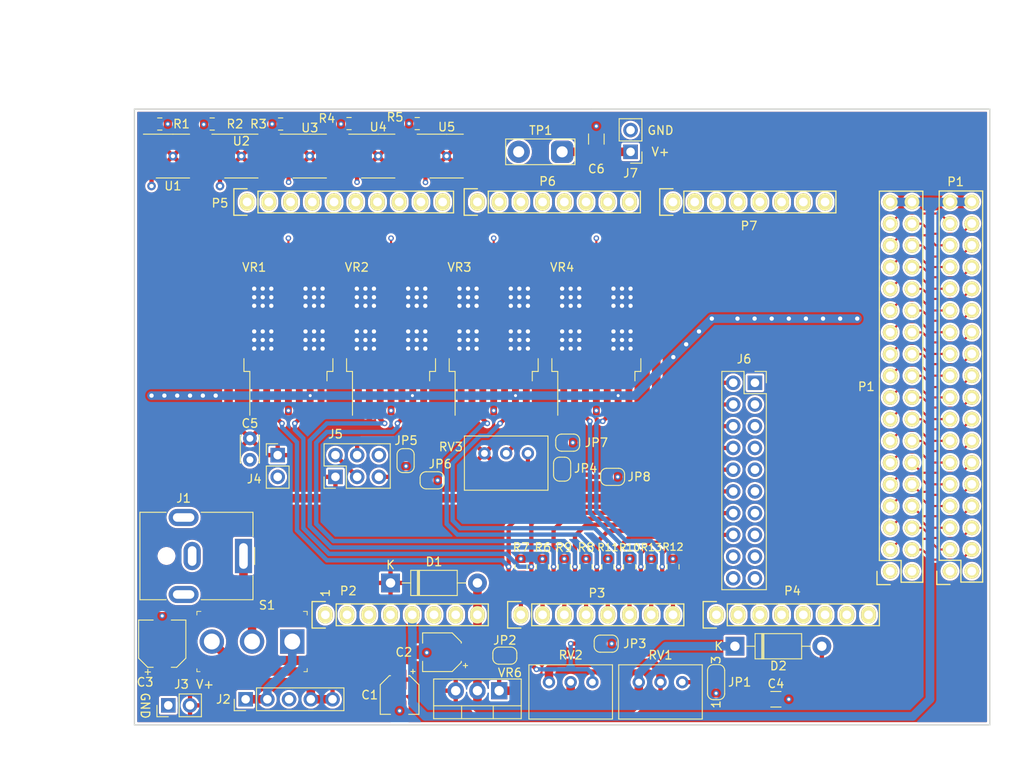
<source format=kicad_pcb>
(kicad_pcb (version 20171130) (host pcbnew "(5.1.5)-3")
  (title_block (date "mar. 31 mars 2015"))
  (layers (0 F.Cu signal) (1 GND signal) (2 VCC signal) (31 B.Cu signal) (34 B.Paste user) (35 F.Paste user) (36 B.SilkS user) (37 F.SilkS user) (38 B.Mask user) (39 F.Mask user) (44 Edge.Cuts user))
  (net 0 "")
  (net 1 GND)
  (net 2 "/52(SCK)")
  (net 3 "/53(SS)")
  (net 4 "/50(MISO)")
  (net 5 "/51(MOSI)")
  (net 6 /48)
  (net 7 /49)
  (net 8 /46)
  (net 9 /47)
  (net 10 /44)
  (net 11 /45)
  (net 12 /42)
  (net 13 /43)
  (net 14 /40)
  (net 15 /41)
  (net 16 /38)
  (net 17 /39)
  (net 18 /36)
  (net 19 /37)
  (net 20 /34)
  (net 21 /35)
  (net 22 /32)
  (net 23 /33)
  (net 24 /30)
  (net 25 /31)
  (net 26 /28)
  (net 27 /29)
  (net 28 /26)
  (net 29 /27)
  (net 30 /24)
  (net 31 /25)
  (net 32 /22)
  (net 33 /23)
  (net 34 +5V)
  (net 35 /IOREF)
  (net 36 /Reset)
  (net 37 /Vin)
  (net 38 /A0)
  (net 39 /A1)
  (net 40 /A2)
  (net 41 /A3)
  (net 42 /A4)
  (net 43 /A5)
  (net 44 /A6)
  (net 45 /A7)
  (net 46 /A8)
  (net 47 /A9)
  (net 48 /A10)
  (net 49 /A11)
  (net 50 /A12)
  (net 51 /A13)
  (net 52 /A14)
  (net 53 /A15)
  (net 54 /SCL)
  (net 55 /SDA)
  (net 56 /AREF)
  (net 57 "/13(**)")
  (net 58 "/12(**)")
  (net 59 "/11(**)")
  (net 60 "/10(**)")
  (net 61 "/9(**)")
  (net 62 "/8(**)")
  (net 63 "/7(**)")
  (net 64 "/6(**)")
  (net 65 "/5(**)")
  (net 66 "/4(**)")
  (net 67 "/3(**)")
  (net 68 "/2(**)")
  (net 69 "/20(SDA)")
  (net 70 "/21(SCL)")
  (net 71 "Net-(P2-Pad1)")
  (net 72 +3V3)
  (net 73 "/1(Tx0)")
  (net 74 "/0(Rx0)")
  (net 75 "/14(Tx3)")
  (net 76 "/15(Rx3)")
  (net 77 "/16(Tx2)")
  (net 78 "/17(Rx2)")
  (net 79 "/18(Tx1)")
  (net 80 "/19(Rx1)")
  (net 81 /in)
  (net 82 "Net-(C4-Pad1)")
  (net 83 /SET)
  (net 84 /out)
  (net 85 "Net-(J1-Pad1)")
  (net 86 +12V)
  (net 87 "Net-(J2-Pad3)")
  (net 88 "Net-(J2-Pad1)")
  (net 89 "Net-(J5-Pad5)")
  (net 90 "Net-(J5-Pad4)")
  (net 91 "Net-(J5-Pad2)")
  (net 92 /TEMP5)
  (net 93 /ImonVR5)
  (net 94 /TEMP4)
  (net 95 /ImonVR4)
  (net 96 /TEMP3)
  (net 97 /ImonVR3)
  (net 98 /TEMP2)
  (net 99 /ImonVR2)
  (net 100 /TEMP1)
  (net 101 /ImonVR1)
  (net 102 "Net-(JP1-Pad3)")
  (net 103 "Net-(JP2-Pad2)")
  (net 104 "Net-(JP2-Pad1)")
  (net 105 "Net-(JP4-Pad2)")
  (net 106 "Net-(JP4-Pad1)")
  (net 107 /VR_PAD)
  (net 108 "Net-(R1-Pad1)")
  (net 109 "Net-(R2-Pad1)")
  (net 110 "Net-(R3-Pad1)")
  (net 111 "Net-(R4-Pad1)")
  (net 112 "Net-(R5-Pad1)")
  (net 113 "Net-(VR2-Pad7)")
  (net 114 "Net-(VR2-Pad1)")
  (net 115 "Net-(VR3-Pad7)")
  (net 116 "Net-(VR3-Pad1)")
  (net 117 "Net-(VR4-Pad7)")
  (net 118 "Net-(VR4-Pad1)")
  (net 119 "Net-(VR1-Pad7)")
  (net 120 "Net-(VR1-Pad1)")
  (module Socket_Arduino_Mega:Socket_Strip_Arduino_2x18 (layer F.Cu) (at 204.35 114.03 90)
    (fp_text reference P1 (at 45.53 0.65 180) (layer F.SilkS))
    (fp_text value Digital)
    (pad 36 thru_hole oval (at 43.18 2.54 90) (size 1.7272 1.7272) (drill 1.016) (layers *.Cu *.Mask F.SilkS) (net 34 +5V))
    (pad 35 thru_hole oval (at 43.18 0 90) (size 1.7272 1.7272) (drill 1.016) (layers *.Cu *.Mask F.SilkS) (net 34 +5V))
    (pad 34 thru_hole oval (at 40.64 2.54 90) (size 1.7272 1.7272) (drill 1.016) (layers *.Cu *.Mask F.SilkS) (net 33 /23))
    (pad 33 thru_hole oval (at 40.64 0 90) (size 1.7272 1.7272) (drill 1.016) (layers *.Cu *.Mask F.SilkS) (net 32 /22))
    (pad 32 thru_hole oval (at 38.1 2.54 90) (size 1.7272 1.7272) (drill 1.016) (layers *.Cu *.Mask F.SilkS) (net 31 /25))
    (pad 31 thru_hole oval (at 38.1 0 90) (size 1.7272 1.7272) (drill 1.016) (layers *.Cu *.Mask F.SilkS) (net 30 /24))
    (pad 30 thru_hole oval (at 35.56 2.54 90) (size 1.7272 1.7272) (drill 1.016) (layers *.Cu *.Mask F.SilkS) (net 29 /27))
    (pad 29 thru_hole oval (at 35.56 0 90) (size 1.7272 1.7272) (drill 1.016) (layers *.Cu *.Mask F.SilkS) (net 28 /26))
    (pad 28 thru_hole oval (at 33.02 2.54 90) (size 1.7272 1.7272) (drill 1.016) (layers *.Cu *.Mask F.SilkS) (net 27 /29))
    (pad 27 thru_hole oval (at 33.02 0 90) (size 1.7272 1.7272) (drill 1.016) (layers *.Cu *.Mask F.SilkS) (net 26 /28))
    (pad 26 thru_hole oval (at 30.48 2.54 90) (size 1.7272 1.7272) (drill 1.016) (layers *.Cu *.Mask F.SilkS) (net 25 /31))
    (pad 25 thru_hole oval (at 30.48 0 90) (size 1.7272 1.7272) (drill 1.016) (layers *.Cu *.Mask F.SilkS) (net 24 /30))
    (pad 24 thru_hole oval (at 27.94 2.54 90) (size 1.7272 1.7272) (drill 1.016) (layers *.Cu *.Mask F.SilkS) (net 23 /33))
    (pad 23 thru_hole oval (at 27.94 0 90) (size 1.7272 1.7272) (drill 1.016) (layers *.Cu *.Mask F.SilkS) (net 22 /32))
    (pad 22 thru_hole oval (at 25.4 2.54 90) (size 1.7272 1.7272) (drill 1.016) (layers *.Cu *.Mask F.SilkS) (net 21 /35))
    (pad 21 thru_hole oval (at 25.4 0 90) (size 1.7272 1.7272) (drill 1.016) (layers *.Cu *.Mask F.SilkS) (net 20 /34))
    (pad 20 thru_hole oval (at 22.86 2.54 90) (size 1.7272 1.7272) (drill 1.016) (layers *.Cu *.Mask F.SilkS) (net 19 /37))
    (pad 19 thru_hole oval (at 22.86 0 90) (size 1.7272 1.7272) (drill 1.016) (layers *.Cu *.Mask F.SilkS) (net 18 /36))
    (pad 18 thru_hole oval (at 20.32 2.54 90) (size 1.7272 1.7272) (drill 1.016) (layers *.Cu *.Mask F.SilkS) (net 17 /39))
    (pad 17 thru_hole oval (at 20.32 0 90) (size 1.7272 1.7272) (drill 1.016) (layers *.Cu *.Mask F.SilkS) (net 16 /38))
    (pad 16 thru_hole oval (at 17.78 2.54 90) (size 1.7272 1.7272) (drill 1.016) (layers *.Cu *.Mask F.SilkS) (net 15 /41))
    (pad 15 thru_hole oval (at 17.78 0 90) (size 1.7272 1.7272) (drill 1.016) (layers *.Cu *.Mask F.SilkS) (net 14 /40))
    (pad 14 thru_hole oval (at 15.24 2.54 90) (size 1.7272 1.7272) (drill 1.016) (layers *.Cu *.Mask F.SilkS) (net 13 /43))
    (pad 13 thru_hole oval (at 15.24 0 90) (size 1.7272 1.7272) (drill 1.016) (layers *.Cu *.Mask F.SilkS) (net 12 /42))
    (pad 12 thru_hole oval (at 12.7 2.54 90) (size 1.7272 1.7272) (drill 1.016) (layers *.Cu *.Mask F.SilkS) (net 11 /45))
    (pad 11 thru_hole oval (at 12.7 0 90) (size 1.7272 1.7272) (drill 1.016) (layers *.Cu *.Mask F.SilkS) (net 10 /44))
    (pad 10 thru_hole oval (at 10.16 2.54 90) (size 1.7272 1.7272) (drill 1.016) (layers *.Cu *.Mask F.SilkS) (net 9 /47))
    (pad 9 thru_hole oval (at 10.16 0 90) (size 1.7272 1.7272) (drill 1.016) (layers *.Cu *.Mask F.SilkS) (net 8 /46))
    (pad 8 thru_hole oval (at 7.62 2.54 90) (size 1.7272 1.7272) (drill 1.016) (layers *.Cu *.Mask F.SilkS) (net 7 /49))
    (pad 7 thru_hole oval (at 7.62 0 90) (size 1.7272 1.7272) (drill 1.016) (layers *.Cu *.Mask F.SilkS) (net 6 /48))
    (pad 6 thru_hole oval (at 5.08 2.54 90) (size 1.7272 1.7272) (drill 1.016) (layers *.Cu *.Mask F.SilkS) (net 5 "/51(MOSI)"))
    (pad 5 thru_hole oval (at 5.08 0 90) (size 1.7272 1.7272) (drill 1.016) (layers *.Cu *.Mask F.SilkS) (net 4 "/50(MISO)"))
    (pad 4 thru_hole oval (at 2.54 2.54 90) (size 1.7272 1.7272) (drill 1.016) (layers *.Cu *.Mask F.SilkS) (net 3 "/53(SS)"))
    (pad 3 thru_hole oval (at 2.54 0 90) (size 1.7272 1.7272) (drill 1.016) (layers *.Cu *.Mask F.SilkS) (net 2 "/52(SCK)"))
    (pad 2 thru_hole oval (at 0 2.54 90) (size 1.7272 1.7272) (drill 1.016) (layers *.Cu *.Mask F.SilkS) (net 1 GND))
    (pad 1 thru_hole circle (at 0 0 90) (size 1.7272 1.7272) (drill 1.016) (layers *.Cu *.Mask F.SilkS) (net 1 GND))
  )
  (module Connector_PinSocket_2.54mm:PinSocket_2x10_P2.54mm_Vertical (layer F.Cu) (at 181.54 92)
    (fp_text reference J6 (at -1.27 -2.77) (layer F.SilkS))
    (fp_text value "Sensor Header")
    (pad 20 thru_hole oval (at -2.54 22.86) (size 1.7 1.7) (drill 1) (layers *.Cu *.Mask) (net 92 /TEMP5))
    (pad 19 thru_hole oval (at 0 22.86) (size 1.7 1.7) (drill 1) (layers *.Cu *.Mask) (net 1 GND))
    (pad 18 thru_hole oval (at -2.54 20.32) (size 1.7 1.7) (drill 1) (layers *.Cu *.Mask) (net 93 /ImonVR5))
    (pad 17 thru_hole oval (at 0 20.32) (size 1.7 1.7) (drill 1) (layers *.Cu *.Mask) (net 1 GND))
    (pad 16 thru_hole oval (at -2.54 17.78) (size 1.7 1.7) (drill 1) (layers *.Cu *.Mask) (net 94 /TEMP4))
    (pad 15 thru_hole oval (at 0 17.78) (size 1.7 1.7) (drill 1) (layers *.Cu *.Mask) (net 1 GND))
    (pad 14 thru_hole oval (at -2.54 15.24) (size 1.7 1.7) (drill 1) (layers *.Cu *.Mask) (net 95 /ImonVR4))
    (pad 13 thru_hole oval (at 0 15.24) (size 1.7 1.7) (drill 1) (layers *.Cu *.Mask) (net 1 GND))
    (pad 12 thru_hole oval (at -2.54 12.7) (size 1.7 1.7) (drill 1) (layers *.Cu *.Mask) (net 96 /TEMP3))
    (pad 11 thru_hole oval (at 0 12.7) (size 1.7 1.7) (drill 1) (layers *.Cu *.Mask) (net 1 GND))
    (pad 10 thru_hole oval (at -2.54 10.16) (size 1.7 1.7) (drill 1) (layers *.Cu *.Mask) (net 97 /ImonVR3))
    (pad 9 thru_hole oval (at 0 10.16) (size 1.7 1.7) (drill 1) (layers *.Cu *.Mask) (net 1 GND))
    (pad 8 thru_hole oval (at -2.54 7.62) (size 1.7 1.7) (drill 1) (layers *.Cu *.Mask) (net 98 /TEMP2))
    (pad 7 thru_hole oval (at 0 7.62) (size 1.7 1.7) (drill 1) (layers *.Cu *.Mask) (net 1 GND))
    (pad 6 thru_hole oval (at -2.54 5.08) (size 1.7 1.7) (drill 1) (layers *.Cu *.Mask) (net 99 /ImonVR2))
    (pad 5 thru_hole oval (at 0 5.08) (size 1.7 1.7) (drill 1) (layers *.Cu *.Mask) (net 1 GND))
    (pad 4 thru_hole oval (at -2.54 2.54) (size 1.7 1.7) (drill 1) (layers *.Cu *.Mask) (net 100 /TEMP1))
    (pad 3 thru_hole oval (at 0 2.54) (size 1.7 1.7) (drill 1) (layers *.Cu *.Mask) (net 1 GND))
    (pad 2 thru_hole oval (at -2.54 0) (size 1.7 1.7) (drill 1) (layers *.Cu *.Mask) (net 101 /ImonVR1))
    (pad 1 thru_hole rect (at 0 0) (size 1.7 1.7) (drill 1) (layers *.Cu *.Mask) (net 1 GND))
  )
  (module NetTie:NetTie-2_SMD_Pad0.5mm (layer F.Cu) (at 163 79.6 90)
    (fp_text reference NT15 hide)
    (fp_text value Net-Tie_2 hide)
    (fp_poly (pts (xy -0.5 -0.25) (xy 0.5 -0.25) (xy 0.5 0.25) (xy -0.5 0.25)) (layer F.Cu) (width 0))
    (pad 2 smd circle (at 0.5 0 90) (size 0.5 0.5) (layers F.Cu) (net 84 /out))
    (pad 1 smd circle (at -0.5 0 90) (size 0.5 0.5) (layers F.Cu) (net 107 /VR_PAD))
  )
  (module NetTie:NetTie-2_SMD_Pad0.5mm (layer F.Cu) (at 151 79.6 90)
    (fp_text reference NT14 hide)
    (fp_text value Net-Tie_2 hide)
    (fp_poly (pts (xy -0.5 -0.25) (xy 0.5 -0.25) (xy 0.5 0.25) (xy -0.5 0.25)) (layer F.Cu) (width 0))
    (pad 2 smd circle (at 0.5 0 90) (size 0.5 0.5) (layers F.Cu) (net 84 /out))
    (pad 1 smd circle (at -0.5 0 90) (size 0.5 0.5) (layers F.Cu) (net 107 /VR_PAD))
  )
  (module NetTie:NetTie-2_SMD_Pad0.5mm (layer F.Cu) (at 139 79.6 90)
    (fp_text reference NT9 hide)
    (fp_text value Net-Tie_2 hide)
    (fp_poly (pts (xy -0.5 -0.25) (xy 0.5 -0.25) (xy 0.5 0.25) (xy -0.5 0.25)) (layer F.Cu) (width 0))
    (pad 2 smd circle (at 0.5 0 90) (size 0.5 0.5) (layers F.Cu) (net 84 /out))
    (pad 1 smd circle (at -0.5 0 90) (size 0.5 0.5) (layers F.Cu) (net 107 /VR_PAD))
  )
  (module NetTie:NetTie-2_SMD_Pad0.5mm (layer F.Cu) (at 127 79.6 90)
    (fp_text reference NT2 hide)
    (fp_text value Net-Tie_2 hide)
    (fp_poly (pts (xy -0.5 -0.25) (xy 0.5 -0.25) (xy 0.5 0.25) (xy -0.5 0.25)) (layer F.Cu) (width 0))
    (pad 2 smd circle (at 0.5 0 90) (size 0.5 0.5) (layers F.Cu) (net 84 /out))
    (pad 1 smd circle (at -0.5 0 90) (size 0.5 0.5) (layers F.Cu) (net 107 /VR_PAD))
  )
  (module Package_TO_SOT_SMD:TO-263-7_TabPin8 (layer F.Cu) (at 163 87.725 90)
    (fp_text reference VR4 (at 9.225 -4 180) (layer F.SilkS))
    (fp_text value LT3081ER-PBF)
    (pad 8 smd rect (at 3.375 0 90) (size 9.4 10.8) (layers F.Cu F.Mask) (net 107 /VR_PAD))
    (pad 7 smd rect (at -5.775 3.81 90) (size 4.6 0.8) (layers F.Cu F.Paste F.Mask) (net 117 "Net-(VR4-Pad7)"))
    (pad 6 smd rect (at -5.775 2.54 90) (size 4.6 0.8) (layers F.Cu F.Paste F.Mask) (net 81 /in))
    (pad 5 smd rect (at -5.775 1.27 90) (size 4.6 0.8) (layers F.Cu F.Paste F.Mask) (net 94 /TEMP4))
    (pad 4 smd rect (at -5.775 0 90) (size 4.6 0.8) (layers F.Cu F.Paste F.Mask) (net 84 /out))
    (pad 3 smd rect (at -5.775 -1.27 90) (size 4.6 0.8) (layers F.Cu F.Paste F.Mask) (net 95 /ImonVR4))
    (pad 2 smd rect (at -5.775 -2.54 90) (size 4.6 0.8) (layers F.Cu F.Paste F.Mask) (net 83 /SET))
    (pad 1 smd rect (at -5.775 -3.81 90) (size 4.6 0.8) (layers F.Cu F.Paste F.Mask) (net 118 "Net-(VR4-Pad1)"))
  )
  (module Package_TO_SOT_SMD:TO-263-7_TabPin8 (layer F.Cu) (at 151 87.725 90)
    (fp_text reference VR3 (at 9.225 -4 180) (layer F.SilkS))
    (fp_text value LT3081ER-PBF)
    (pad 8 smd rect (at 3.375 0 90) (size 9.4 10.8) (layers F.Cu F.Mask) (net 107 /VR_PAD))
    (pad 7 smd rect (at -5.775 3.81 90) (size 4.6 0.8) (layers F.Cu F.Paste F.Mask) (net 115 "Net-(VR3-Pad7)"))
    (pad 6 smd rect (at -5.775 2.54 90) (size 4.6 0.8) (layers F.Cu F.Paste F.Mask) (net 81 /in))
    (pad 5 smd rect (at -5.775 1.27 90) (size 4.6 0.8) (layers F.Cu F.Paste F.Mask) (net 96 /TEMP3))
    (pad 4 smd rect (at -5.775 0 90) (size 4.6 0.8) (layers F.Cu F.Paste F.Mask) (net 84 /out))
    (pad 3 smd rect (at -5.775 -1.27 90) (size 4.6 0.8) (layers F.Cu F.Paste F.Mask) (net 97 /ImonVR3))
    (pad 2 smd rect (at -5.775 -2.54 90) (size 4.6 0.8) (layers F.Cu F.Paste F.Mask) (net 83 /SET))
    (pad 1 smd rect (at -5.775 -3.81 90) (size 4.6 0.8) (layers F.Cu F.Paste F.Mask) (net 116 "Net-(VR3-Pad1)"))
  )
  (module Package_TO_SOT_SMD:TO-263-7_TabPin8 (layer F.Cu) (at 139 87.725 90)
    (fp_text reference VR2 (at 9.225 -4 180) (layer F.SilkS))
    (fp_text value LT3081ER-PBF)
    (pad 8 smd rect (at 3.375 0 90) (size 9.4 10.8) (layers F.Cu F.Mask) (net 107 /VR_PAD))
    (pad 7 smd rect (at -5.775 3.81 90) (size 4.6 0.8) (layers F.Cu F.Paste F.Mask) (net 113 "Net-(VR2-Pad7)"))
    (pad 6 smd rect (at -5.775 2.54 90) (size 4.6 0.8) (layers F.Cu F.Paste F.Mask) (net 81 /in))
    (pad 5 smd rect (at -5.775 1.27 90) (size 4.6 0.8) (layers F.Cu F.Paste F.Mask) (net 98 /TEMP2))
    (pad 4 smd rect (at -5.775 0 90) (size 4.6 0.8) (layers F.Cu F.Paste F.Mask) (net 84 /out))
    (pad 3 smd rect (at -5.775 -1.27 90) (size 4.6 0.8) (layers F.Cu F.Paste F.Mask) (net 99 /ImonVR2))
    (pad 2 smd rect (at -5.775 -2.54 90) (size 4.6 0.8) (layers F.Cu F.Paste F.Mask) (net 83 /SET))
    (pad 1 smd rect (at -5.775 -3.81 90) (size 4.6 0.8) (layers F.Cu F.Paste F.Mask) (net 114 "Net-(VR2-Pad1)"))
  )
  (module Package_TO_SOT_SMD:TO-263-7_TabPin8 (layer F.Cu) (at 127 87.725 90)
    (fp_text reference VR1 (at 9.225 -4 180) (layer F.SilkS))
    (fp_text value LT3081ER-PBF)
    (pad 8 smd rect (at 3.375 0 90) (size 9.4 10.8) (layers F.Cu F.Mask) (net 107 /VR_PAD))
    (pad 7 smd rect (at -5.775 3.81 90) (size 4.6 0.8) (layers F.Cu F.Paste F.Mask) (net 119 "Net-(VR1-Pad7)"))
    (pad 6 smd rect (at -5.775 2.54 90) (size 4.6 0.8) (layers F.Cu F.Paste F.Mask) (net 81 /in))
    (pad 5 smd rect (at -5.775 1.27 90) (size 4.6 0.8) (layers F.Cu F.Paste F.Mask) (net 100 /TEMP1))
    (pad 4 smd rect (at -5.775 0 90) (size 4.6 0.8) (layers F.Cu F.Paste F.Mask) (net 84 /out))
    (pad 3 smd rect (at -5.775 -1.27 90) (size 4.6 0.8) (layers F.Cu F.Paste F.Mask) (net 101 /ImonVR1))
    (pad 2 smd rect (at -5.775 -2.54 90) (size 4.6 0.8) (layers F.Cu F.Paste F.Mask) (net 83 /SET))
    (pad 1 smd rect (at -5.775 -3.81 90) (size 4.6 0.8) (layers F.Cu F.Paste F.Mask) (net 120 "Net-(VR1-Pad1)"))
  )
  (module Package_TO_SOT_THT:TO-220-3_Vertical (layer F.Cu) (at 151.64 128 180)
    (fp_text reference VR6 (at -1.26 2.1) (layer F.SilkS))
    (fp_text value LM317T)
    (pad 3 thru_hole oval (at 5.08 0 180) (size 1.905 2) (drill 1.1) (layers *.Cu *.Mask) (net 81 /in))
    (pad 2 thru_hole oval (at 2.54 0 180) (size 1.905 2) (drill 1.1) (layers *.Cu *.Mask) (net 37 /Vin))
    (pad 1 thru_hole rect (at 0 0 180) (size 1.905 2) (drill 1.1) (layers *.Cu *.Mask) (net 104 "Net-(JP2-Pad1)"))
  )
  (module Package_SO:SOIC-8_3.9x4.9mm_P1.27mm (layer F.Cu) (at 145.5 65.5)
    (fp_text reference U5 (at 0 -3.4) (layer F.SilkS))
    (fp_text value LM334M)
    (pad 8 smd roundrect (at 2.475 -1.905) (size 1.95 0.6) (layers F.Cu F.Paste F.Mask))
    (pad 7 smd roundrect (at 2.475 -0.635) (size 1.95 0.6) (layers F.Cu F.Paste F.Mask) (net 1 GND))
    (pad 6 smd roundrect (at 2.475 0.635) (size 1.95 0.6) (layers F.Cu F.Paste F.Mask) (net 1 GND))
    (pad 5 smd roundrect (at 2.475 1.905) (size 1.95 0.6) (layers F.Cu F.Paste F.Mask))
    (pad 4 smd roundrect (at -2.475 1.905) (size 1.95 0.6) (layers F.Cu F.Paste F.Mask) (net 84 /out))
    (pad 3 smd roundrect (at -2.475 0.635) (size 1.95 0.6) (layers F.Cu F.Paste F.Mask) (net 1 GND))
    (pad 2 smd roundrect (at -2.475 -0.635) (size 1.95 0.6) (layers F.Cu F.Paste F.Mask) (net 1 GND))
    (pad 1 smd roundrect (at -2.475 -1.905) (size 1.95 0.6) (layers F.Cu F.Paste F.Mask) (net 112 "Net-(R5-Pad1)"))
  )
  (module Package_SO:SOIC-8_3.9x4.9mm_P1.27mm (layer F.Cu) (at 137.5 65.5)
    (fp_text reference U4 (at 0 -3.4) (layer F.SilkS))
    (fp_text value LM334M)
    (pad 8 smd roundrect (at 2.475 -1.905) (size 1.95 0.6) (layers F.Cu F.Paste F.Mask))
    (pad 7 smd roundrect (at 2.475 -0.635) (size 1.95 0.6) (layers F.Cu F.Paste F.Mask) (net 1 GND))
    (pad 6 smd roundrect (at 2.475 0.635) (size 1.95 0.6) (layers F.Cu F.Paste F.Mask) (net 1 GND))
    (pad 5 smd roundrect (at 2.475 1.905) (size 1.95 0.6) (layers F.Cu F.Paste F.Mask))
    (pad 4 smd roundrect (at -2.475 1.905) (size 1.95 0.6) (layers F.Cu F.Paste F.Mask) (net 84 /out))
    (pad 3 smd roundrect (at -2.475 0.635) (size 1.95 0.6) (layers F.Cu F.Paste F.Mask) (net 1 GND))
    (pad 2 smd roundrect (at -2.475 -0.635) (size 1.95 0.6) (layers F.Cu F.Paste F.Mask) (net 1 GND))
    (pad 1 smd roundrect (at -2.475 -1.905) (size 1.95 0.6) (layers F.Cu F.Paste F.Mask) (net 111 "Net-(R4-Pad1)"))
  )
  (module Package_SO:SOIC-8_3.9x4.9mm_P1.27mm (layer F.Cu) (at 129.5 65.5)
    (fp_text reference U3 (at 0 -3.3) (layer F.SilkS))
    (fp_text value LM334M)
    (pad 8 smd roundrect (at 2.475 -1.905) (size 1.95 0.6) (layers F.Cu F.Paste F.Mask))
    (pad 7 smd roundrect (at 2.475 -0.635) (size 1.95 0.6) (layers F.Cu F.Paste F.Mask) (net 1 GND))
    (pad 6 smd roundrect (at 2.475 0.635) (size 1.95 0.6) (layers F.Cu F.Paste F.Mask) (net 1 GND))
    (pad 5 smd roundrect (at 2.475 1.905) (size 1.95 0.6) (layers F.Cu F.Paste F.Mask))
    (pad 4 smd roundrect (at -2.475 1.905) (size 1.95 0.6) (layers F.Cu F.Paste F.Mask) (net 84 /out))
    (pad 3 smd roundrect (at -2.475 0.635) (size 1.95 0.6) (layers F.Cu F.Paste F.Mask) (net 1 GND))
    (pad 2 smd roundrect (at -2.475 -0.635) (size 1.95 0.6) (layers F.Cu F.Paste F.Mask) (net 1 GND))
    (pad 1 smd roundrect (at -2.475 -1.905) (size 1.95 0.6) (layers F.Cu F.Paste F.Mask) (net 110 "Net-(R3-Pad1)"))
  )
  (module Package_SO:SOIC-8_3.9x4.9mm_P1.27mm (layer F.Cu) (at 121.5 65.5)
    (fp_text reference U2 (at 0 -1.75) (layer F.SilkS))
    (fp_text value LM334M)
    (pad 8 smd roundrect (at 2.475 -1.905) (size 1.95 0.6) (layers F.Cu F.Paste F.Mask))
    (pad 7 smd roundrect (at 2.475 -0.635) (size 1.95 0.6) (layers F.Cu F.Paste F.Mask) (net 1 GND))
    (pad 6 smd roundrect (at 2.475 0.635) (size 1.95 0.6) (layers F.Cu F.Paste F.Mask) (net 1 GND))
    (pad 5 smd roundrect (at 2.475 1.905) (size 1.95 0.6) (layers F.Cu F.Paste F.Mask))
    (pad 4 smd roundrect (at -2.475 1.905) (size 1.95 0.6) (layers F.Cu F.Paste F.Mask) (net 84 /out))
    (pad 3 smd roundrect (at -2.475 0.635) (size 1.95 0.6) (layers F.Cu F.Paste F.Mask) (net 1 GND))
    (pad 2 smd roundrect (at -2.475 -0.635) (size 1.95 0.6) (layers F.Cu F.Paste F.Mask) (net 1 GND))
    (pad 1 smd roundrect (at -2.475 -1.905) (size 1.95 0.6) (layers F.Cu F.Paste F.Mask) (net 109 "Net-(R2-Pad1)"))
  )
  (module Package_SO:SOIC-8_3.9x4.9mm_P1.27mm (layer F.Cu) (at 113.5 65.5)
    (fp_text reference U1 (at 0 3.5) (layer F.SilkS))
    (fp_text value LM334M)
    (pad 8 smd roundrect (at 2.475 -1.905) (size 1.95 0.6) (layers F.Cu F.Paste F.Mask))
    (pad 7 smd roundrect (at 2.475 -0.635) (size 1.95 0.6) (layers F.Cu F.Paste F.Mask) (net 1 GND))
    (pad 6 smd roundrect (at 2.475 0.635) (size 1.95 0.6) (layers F.Cu F.Paste F.Mask) (net 1 GND))
    (pad 5 smd roundrect (at 2.475 1.905) (size 1.95 0.6) (layers F.Cu F.Paste F.Mask))
    (pad 4 smd roundrect (at -2.475 1.905) (size 1.95 0.6) (layers F.Cu F.Paste F.Mask) (net 84 /out))
    (pad 3 smd roundrect (at -2.475 0.635) (size 1.95 0.6) (layers F.Cu F.Paste F.Mask) (net 1 GND))
    (pad 2 smd roundrect (at -2.475 -0.635) (size 1.95 0.6) (layers F.Cu F.Paste F.Mask) (net 1 GND))
    (pad 1 smd roundrect (at -2.475 -1.905) (size 1.95 0.6) (layers F.Cu F.Paste F.Mask) (net 108 "Net-(R1-Pad1)"))
  )
  (module TestPoint:TestPoint_2Pads_Pitch5.08mm_Drill1.3mm (layer F.Cu) (at 159 65 180)
    (fp_text reference TP1 (at 2.5 2.5) (layer F.SilkS))
    (fp_text value TestPoint_2Pole)
    (pad 2 thru_hole circle (at 5.08 0 180) (size 2.6 2.6) (drill 1.3) (layers *.Cu *.Mask) (net 1 GND))
    (pad 1 thru_hole roundrect (at 0 0 180) (size 2.6 2.6) (drill 1.3) (layers *.Cu *.Mask) (net 84 /out))
  )
  (module digikey-footprints:Toggle_Switch_100SP1T1B4M2QE (layer F.Cu) (at 127.45 122.25 180)
    (fp_text reference S1 (at 2.95 4.25) (layer F.SilkS))
    (fp_text value 100SP1T1B4M2QE)
    (pad 3 thru_hole circle (at 9.4 0 180) (size 2.85 2.85) (drill 1.85) (layers *.Cu *.Mask) (net 86 +12V))
    (pad 2 thru_hole circle (at 4.7 0 180) (size 2.85 2.85) (drill 1.85) (layers *.Cu *.Mask) (net 85 "Net-(J1-Pad1)"))
    (pad 1 thru_hole rect (at 0 0 180) (size 2.85 2.85) (drill 1.85) (layers *.Cu *.Mask) (net 88 "Net-(J2-Pad1)"))
  )
  (module Potentiometer_THT:Potentiometer_Bourns_3299W_Vertical (layer F.Cu) (at 155 100.25)
    (fp_text reference RV3 (at -9 -0.75) (layer F.SilkS))
    (fp_text value 0-250k)
    (pad 3 thru_hole circle (at -5.08 0) (size 1.44 1.44) (drill 0.8) (layers *.Cu *.Mask) (net 83 /SET))
    (pad 2 thru_hole circle (at -2.54 0) (size 1.44 1.44) (drill 0.8) (layers *.Cu *.Mask) (net 105 "Net-(JP4-Pad2)"))
    (pad 1 thru_hole circle (at 0 0) (size 1.44 1.44) (drill 0.8) (layers *.Cu *.Mask) (net 106 "Net-(JP4-Pad1)"))
  )
  (module Potentiometer_THT:Potentiometer_Bourns_3299W_Vertical (layer F.Cu) (at 162.54 127)
    (fp_text reference RV2 (at -2.54 -3.16) (layer F.SilkS))
    (fp_text value 0-5k)
    (pad 3 thru_hole circle (at -5.08 0) (size 1.44 1.44) (drill 0.8) (layers *.Cu *.Mask) (net 102 "Net-(JP1-Pad3)"))
    (pad 2 thru_hole circle (at -2.54 0) (size 1.44 1.44) (drill 0.8) (layers *.Cu *.Mask) (net 104 "Net-(JP2-Pad1)"))
    (pad 1 thru_hole circle (at 0 0) (size 1.44 1.44) (drill 0.8) (layers *.Cu *.Mask) (net 103 "Net-(JP2-Pad2)"))
  )
  (module Potentiometer_THT:Potentiometer_Bourns_3299W_Vertical (layer F.Cu) (at 173.04 127)
    (fp_text reference RV1 (at -2.54 -3.16) (layer F.SilkS))
    (fp_text value 0-5k)
    (pad 3 thru_hole circle (at -5.08 0) (size 1.44 1.44) (drill 0.8) (layers *.Cu *.Mask) (net 37 /Vin))
    (pad 2 thru_hole circle (at -2.54 0) (size 1.44 1.44) (drill 0.8) (layers *.Cu *.Mask) (net 102 "Net-(JP1-Pad3)"))
    (pad 1 thru_hole circle (at 0 0) (size 1.44 1.44) (drill 0.8) (layers *.Cu *.Mask) (net 82 "Net-(C4-Pad1)"))
  )
  (module Resistor_SMD:R_0805_2012Metric (layer F.Cu) (at 169.42 113.5125 90)
    (fp_text reference R13 (at 2.2625 0.005 180) (layer F.SilkS) (effects (font (size 0.85 0.85))))
    (fp_text value 1k)
    (pad 2 smd roundrect (at 0.9375 0 90) (size 0.975 1.4) (layers F.Cu F.Paste F.Mask) (net 1 GND))
    (pad 1 smd roundrect (at -0.9375 0 90) (size 0.975 1.4) (layers F.Cu F.Paste F.Mask) (net 95 /ImonVR4))
  )
  (module Resistor_SMD:R_0805_2012Metric (layer F.Cu) (at 171.96 113.5125 90)
    (fp_text reference R12 (at 2.3125 -0.01 180) (layer F.SilkS) (effects (font (size 0.85 0.85))))
    (fp_text value 1k)
    (pad 2 smd roundrect (at 0.9375 0 90) (size 0.975 1.4) (layers F.Cu F.Paste F.Mask) (net 1 GND))
    (pad 1 smd roundrect (at -0.9375 0 90) (size 0.975 1.4) (layers F.Cu F.Paste F.Mask) (net 94 /TEMP4))
  )
  (module Resistor_SMD:R_0805_2012Metric (layer F.Cu) (at 164.35 113.5125 90)
    (fp_text reference R11 (at 2.2625 0 180) (layer F.SilkS) (effects (font (size 0.85 0.85))))
    (fp_text value 1k)
    (pad 2 smd roundrect (at 0.9375 0 90) (size 0.975 1.4) (layers F.Cu F.Paste F.Mask) (net 1 GND))
    (pad 1 smd roundrect (at -0.9375 0 90) (size 0.975 1.4) (layers F.Cu F.Paste F.Mask) (net 97 /ImonVR3))
  )
  (module Resistor_SMD:R_0805_2012Metric (layer F.Cu) (at 166.89 113.5125 90)
    (fp_text reference R10 (at 2.2425 0 180) (layer F.SilkS) (effects (font (size 0.85 0.85))))
    (fp_text value 1k)
    (pad 2 smd roundrect (at 0.9375 0 90) (size 0.975 1.4) (layers F.Cu F.Paste F.Mask) (net 1 GND))
    (pad 1 smd roundrect (at -0.9375 0 90) (size 0.975 1.4) (layers F.Cu F.Paste F.Mask) (net 96 /TEMP3))
  )
  (module Resistor_SMD:R_0805_2012Metric (layer F.Cu) (at 159.25 113.5125 90)
    (fp_text reference R9 (at 2.2625 -0.06 180) (layer F.SilkS))
    (fp_text value 1k)
    (pad 2 smd roundrect (at 0.9375 0 90) (size 0.975 1.4) (layers F.Cu F.Paste F.Mask) (net 1 GND))
    (pad 1 smd roundrect (at -0.9375 0 90) (size 0.975 1.4) (layers F.Cu F.Paste F.Mask) (net 99 /ImonVR2))
  )
  (module Resistor_SMD:R_0805_2012Metric (layer F.Cu) (at 161.8 113.5125 90)
    (fp_text reference R8 (at 2.2625 0 180) (layer F.SilkS))
    (fp_text value 1k)
    (pad 2 smd roundrect (at 0.9375 0 90) (size 0.975 1.4) (layers F.Cu F.Paste F.Mask) (net 1 GND))
    (pad 1 smd roundrect (at -0.9375 0 90) (size 0.975 1.4) (layers F.Cu F.Paste F.Mask) (net 98 /TEMP2))
  )
  (module Resistor_SMD:R_0805_2012Metric (layer F.Cu) (at 154.2 113.5125 90)
    (fp_text reference R7 (at 2.2625 0 180) (layer F.SilkS))
    (fp_text value 1k)
    (pad 2 smd roundrect (at 0.9375 0 90) (size 0.975 1.4) (layers F.Cu F.Paste F.Mask) (net 1 GND))
    (pad 1 smd roundrect (at -0.9375 0 90) (size 0.975 1.4) (layers F.Cu F.Paste F.Mask) (net 101 /ImonVR1))
  )
  (module Resistor_SMD:R_0805_2012Metric (layer F.Cu) (at 156.7 113.5125 90)
    (fp_text reference R6 (at 2.2625 0.05 180) (layer F.SilkS))
    (fp_text value 1k)
    (pad 2 smd roundrect (at 0.9375 0 90) (size 0.975 1.4) (layers F.Cu F.Paste F.Mask) (net 1 GND))
    (pad 1 smd roundrect (at -0.9375 0 90) (size 0.975 1.4) (layers F.Cu F.Paste F.Mask) (net 100 /TEMP1))
  )
  (module Resistor_SMD:R_0805_2012Metric (layer F.Cu) (at 142.0625 61.7 180)
    (fp_text reference R5 (at 2.5925 0.75) (layer F.SilkS))
    (fp_text value 47)
    (pad 2 smd roundrect (at 0.9375 0 180) (size 0.975 1.4) (layers F.Cu F.Paste F.Mask) (net 1 GND))
    (pad 1 smd roundrect (at -0.9375 0 180) (size 0.975 1.4) (layers F.Cu F.Paste F.Mask) (net 112 "Net-(R5-Pad1)"))
  )
  (module Resistor_SMD:R_0805_2012Metric (layer F.Cu) (at 134.0875 61.7 180)
    (fp_text reference R4 (at 2.5875 0.6) (layer F.SilkS))
    (fp_text value 47)
    (pad 2 smd roundrect (at 0.9375 0 180) (size 0.975 1.4) (layers F.Cu F.Paste F.Mask) (net 1 GND))
    (pad 1 smd roundrect (at -0.9375 0 180) (size 0.975 1.4) (layers F.Cu F.Paste F.Mask) (net 111 "Net-(R4-Pad1)"))
  )
  (module Resistor_SMD:R_0805_2012Metric (layer F.Cu) (at 126.0875 61.75 180)
    (fp_text reference R3 (at 2.5875 0) (layer F.SilkS))
    (fp_text value 47)
    (pad 2 smd roundrect (at 0.9375 0 180) (size 0.975 1.4) (layers F.Cu F.Paste F.Mask) (net 1 GND))
    (pad 1 smd roundrect (at -0.9375 0 180) (size 0.975 1.4) (layers F.Cu F.Paste F.Mask) (net 110 "Net-(R3-Pad1)"))
  )
  (module Resistor_SMD:R_0805_2012Metric (layer F.Cu) (at 118.0875 61.75 180)
    (fp_text reference R2 (at -2.6625 0) (layer F.SilkS))
    (fp_text value 47)
    (pad 2 smd roundrect (at 0.9375 0 180) (size 0.975 1.4) (layers F.Cu F.Paste F.Mask) (net 1 GND))
    (pad 1 smd roundrect (at -0.9375 0 180) (size 0.975 1.4) (layers F.Cu F.Paste F.Mask) (net 109 "Net-(R2-Pad1)"))
  )
  (module Resistor_SMD:R_0805_2012Metric (layer F.Cu) (at 111.9625 61.75)
    (fp_text reference R1 (at 2.5375 0 180) (layer F.SilkS))
    (fp_text value 47)
    (pad 2 smd roundrect (at 0.9375 0) (size 0.975 1.4) (layers F.Cu F.Paste F.Mask) (net 1 GND))
    (pad 1 smd roundrect (at -0.9375 0) (size 0.975 1.4) (layers F.Cu F.Paste F.Mask) (net 108 "Net-(R1-Pad1)"))
  )
  (module NetTie:NetTie-2_SMD_Pad0.5mm (layer F.Cu) (at 171.96 116.3 270)
    (fp_text reference NT11 hide)
    (fp_text value Net-Tie_2 hide)
    (fp_poly (pts (xy -0.5 -0.25) (xy 0.5 -0.25) (xy 0.5 0.25) (xy -0.5 0.25)) (layer F.Cu) (width 0))
    (pad 2 smd circle (at 0.5 0 270) (size 0.5 0.5) (layers F.Cu) (net 45 /A7))
    (pad 1 smd circle (at -0.5 0 270) (size 0.5 0.5) (layers F.Cu) (net 94 /TEMP4))
  )
  (module NetTie:NetTie-2_SMD_Pad0.5mm (layer F.Cu) (at 169.42 116.3 270)
    (fp_text reference NT10 hide)
    (fp_text value Net-Tie_2 hide)
    (fp_poly (pts (xy -0.5 -0.25) (xy 0.5 -0.25) (xy 0.5 0.25) (xy -0.5 0.25)) (layer F.Cu) (width 0))
    (pad 2 smd circle (at 0.5 0 270) (size 0.5 0.5) (layers F.Cu) (net 44 /A6))
    (pad 1 smd circle (at -0.5 0 270) (size 0.5 0.5) (layers F.Cu) (net 95 /ImonVR4))
  )
  (module NetTie:NetTie-2_SMD_Pad0.5mm (layer F.Cu) (at 166.88 116.3 270)
    (fp_text reference NT8 hide)
    (fp_text value Net-Tie_2 hide)
    (fp_poly (pts (xy -0.5 -0.25) (xy 0.5 -0.25) (xy 0.5 0.25) (xy -0.5 0.25)) (layer F.Cu) (width 0))
    (pad 2 smd circle (at 0.5 0 270) (size 0.5 0.5) (layers F.Cu) (net 43 /A5))
    (pad 1 smd circle (at -0.5 0 270) (size 0.5 0.5) (layers F.Cu) (net 96 /TEMP3))
  )
  (module NetTie:NetTie-2_SMD_Pad0.5mm (layer F.Cu) (at 164.34 116.3 270)
    (fp_text reference NT7 hide)
    (fp_text value Net-Tie_2 hide)
    (fp_poly (pts (xy -0.5 -0.25) (xy 0.5 -0.25) (xy 0.5 0.25) (xy -0.5 0.25)) (layer F.Cu) (width 0))
    (pad 2 smd circle (at 0.5 0 270) (size 0.5 0.5) (layers F.Cu) (net 42 /A4))
    (pad 1 smd circle (at -0.5 0 270) (size 0.5 0.5) (layers F.Cu) (net 97 /ImonVR3))
  )
  (module NetTie:NetTie-2_SMD_Pad0.5mm (layer F.Cu) (at 161.8 116.3 270)
    (fp_text reference NT6 hide)
    (fp_text value Net-Tie_2 hide)
    (fp_poly (pts (xy -0.5 -0.25) (xy 0.5 -0.25) (xy 0.5 0.25) (xy -0.5 0.25)) (layer F.Cu) (width 0))
    (pad 2 smd circle (at 0.5 0 270) (size 0.5 0.5) (layers F.Cu) (net 41 /A3))
    (pad 1 smd circle (at -0.5 0 270) (size 0.5 0.5) (layers F.Cu) (net 98 /TEMP2))
  )
  (module NetTie:NetTie-2_SMD_Pad0.5mm (layer F.Cu) (at 159.26 116.27 270)
    (fp_text reference NT5 hide)
    (fp_text value Net-Tie_2 hide)
    (fp_poly (pts (xy -0.5 -0.25) (xy 0.5 -0.25) (xy 0.5 0.25) (xy -0.5 0.25)) (layer F.Cu) (width 0))
    (pad 2 smd circle (at 0.5 0 270) (size 0.5 0.5) (layers F.Cu) (net 40 /A2))
    (pad 1 smd circle (at -0.5 0 270) (size 0.5 0.5) (layers F.Cu) (net 99 /ImonVR2))
  )
  (module NetTie:NetTie-2_SMD_Pad0.5mm (layer F.Cu) (at 156.71 116.27 270)
    (fp_text reference NT4 hide)
    (fp_text value Net-Tie_2 hide)
    (fp_poly (pts (xy -0.5 -0.25) (xy 0.5 -0.25) (xy 0.5 0.25) (xy -0.5 0.25)) (layer F.Cu) (width 0))
    (pad 2 smd circle (at 0.5 0 270) (size 0.5 0.5) (layers F.Cu) (net 39 /A1))
    (pad 1 smd circle (at -0.5 0 270) (size 0.5 0.5) (layers F.Cu) (net 100 /TEMP1))
  )
  (module NetTie:NetTie-2_SMD_Pad0.5mm (layer F.Cu) (at 154.18 116.27 270)
    (fp_text reference NT3 hide)
    (fp_text value Net-Tie_2 hide)
    (fp_poly (pts (xy -0.5 -0.25) (xy 0.5 -0.25) (xy 0.5 0.25) (xy -0.5 0.25)) (layer F.Cu) (width 0))
    (pad 2 smd circle (at 0.5 0 270) (size 0.5 0.5) (layers F.Cu) (net 38 /A0))
    (pad 1 smd circle (at -0.5 0 270) (size 0.5 0.5) (layers F.Cu) (net 101 /ImonVR1))
  )
  (module NetTie:NetTie-2_SMD_Pad0.5mm (layer F.Cu) (at 132.16 126.1 270)
    (fp_text reference NT1 hide)
    (fp_text value Net-Tie_2 hide)
    (fp_poly (pts (xy -0.5 -0.25) (xy 0.5 -0.25) (xy 0.5 0.25) (xy -0.5 0.25)) (layer F.Cu) (width 0))
    (pad 2 smd circle (at 0.5 0 270) (size 0.5 0.5) (layers F.Cu) (net 86 +12V))
    (pad 1 smd circle (at -0.5 0 270) (size 0.5 0.5) (layers F.Cu) (net 81 /in))
  )
  (module Jumper:SolderJumper-2_P1.3mm_Open_RoundedPad1.0x1.5mm (layer F.Cu) (at 164.9 103 180)
    (fp_text reference JP8 (at -3.1 0) (layer F.SilkS))
    (fp_text value Jumper_NO_Small)
    (pad 2 smd custom (at 0.65 0 180) (size 1 0.5) (layers F.Cu F.Mask) (net 106 "Net-(JP4-Pad1)") (options (clearance outline) (anchor rect)) (primitives (gr_circle (center 0 0.25) (end 0.5 0.25) (width 0)) (gr_circle (center 0 -0.25) (end 0.5 -0.25) (width 0)) (gr_poly (pts (xy 0 -0.75) (xy -0.5 -0.75) (xy -0.5 0.75) (xy 0 0.75)) (width 0))))
    (pad 1 smd custom (at -0.65 0 180) (size 1 0.5) (layers F.Cu F.Mask) (net 1 GND) (options (clearance outline) (anchor rect)) (primitives (gr_circle (center 0 0.25) (end 0.5 0.25) (width 0)) (gr_circle (center 0 -0.25) (end 0.5 -0.25) (width 0)) (gr_poly (pts (xy 0 -0.75) (xy 0.5 -0.75) (xy 0.5 0.75) (xy 0 0.75)) (width 0))))
  )
  (module Jumper:SolderJumper-2_P1.3mm_Open_RoundedPad1.0x1.5mm (layer F.Cu) (at 159.65 99)
    (fp_text reference JP7 (at 3.35 0) (layer F.SilkS))
    (fp_text value Jumper_NO_Small)
    (pad 2 smd custom (at 0.65 0) (size 1 0.5) (layers F.Cu F.Mask) (net 1 GND) (options (clearance outline) (anchor rect)) (primitives (gr_circle (center 0 0.25) (end 0.5 0.25) (width 0)) (gr_circle (center 0 -0.25) (end 0.5 -0.25) (width 0)) (gr_poly (pts (xy 0 -0.75) (xy -0.5 -0.75) (xy -0.5 0.75) (xy 0 0.75)) (width 0))))
    (pad 1 smd custom (at -0.65 0) (size 1 0.5) (layers F.Cu F.Mask) (net 105 "Net-(JP4-Pad2)") (options (clearance outline) (anchor rect)) (primitives (gr_circle (center 0 0.25) (end 0.5 0.25) (width 0)) (gr_circle (center 0 -0.25) (end 0.5 -0.25) (width 0)) (gr_poly (pts (xy 0 -0.75) (xy 0.5 -0.75) (xy 0.5 0.75) (xy 0 0.75)) (width 0))))
  )
  (module Jumper:SolderJumper-2_P1.3mm_Open_RoundedPad1.0x1.5mm (layer F.Cu) (at 143.8 103.4)
    (fp_text reference JP6 (at 0.95 -1.9) (layer F.SilkS))
    (fp_text value "Solder Jumper")
    (pad 2 smd custom (at 0.65 0) (size 1 0.5) (layers F.Cu F.Mask) (net 1 GND) (options (clearance outline) (anchor rect)) (primitives (gr_circle (center 0 0.25) (end 0.5 0.25) (width 0)) (gr_circle (center 0 -0.25) (end 0.5 -0.25) (width 0)) (gr_poly (pts (xy 0 -0.75) (xy -0.5 -0.75) (xy -0.5 0.75) (xy 0 0.75)) (width 0))))
    (pad 1 smd custom (at -0.65 0) (size 1 0.5) (layers F.Cu F.Mask) (net 89 "Net-(J5-Pad5)") (options (clearance outline) (anchor rect)) (primitives (gr_circle (center 0 0.25) (end 0.5 0.25) (width 0)) (gr_circle (center 0 -0.25) (end 0.5 -0.25) (width 0)) (gr_poly (pts (xy 0 -0.75) (xy 0.5 -0.75) (xy 0.5 0.75) (xy 0 0.75)) (width 0))))
  )
  (module Jumper:SolderJumper-2_P1.3mm_Open_RoundedPad1.0x1.5mm (layer F.Cu) (at 140.7 101.1 270)
    (fp_text reference JP5 (at -2.35 -0.05 180) (layer F.SilkS))
    (fp_text value "Solder Jumper")
    (pad 2 smd custom (at 0.65 0 270) (size 1 0.5) (layers F.Cu F.Mask) (net 1 GND) (options (clearance outline) (anchor rect)) (primitives (gr_circle (center 0 0.25) (end 0.5 0.25) (width 0)) (gr_circle (center 0 -0.25) (end 0.5 -0.25) (width 0)) (gr_poly (pts (xy 0 -0.75) (xy -0.5 -0.75) (xy -0.5 0.75) (xy 0 0.75)) (width 0))))
    (pad 1 smd custom (at -0.65 0 270) (size 1 0.5) (layers F.Cu F.Mask) (net 90 "Net-(J5-Pad4)") (options (clearance outline) (anchor rect)) (primitives (gr_circle (center 0 0.25) (end 0.5 0.25) (width 0)) (gr_circle (center 0 -0.25) (end 0.5 -0.25) (width 0)) (gr_poly (pts (xy 0 -0.75) (xy 0.5 -0.75) (xy 0.5 0.75) (xy 0 0.75)) (width 0))))
  )
  (module Jumper:SolderJumper-2_P1.3mm_Open_RoundedPad1.0x1.5mm (layer F.Cu) (at 159 102.1 90)
    (fp_text reference JP4 (at 0.1 2.75 180) (layer F.SilkS))
    (fp_text value Jumper_NO_Small)
    (pad 2 smd custom (at 0.65 0 90) (size 1 0.5) (layers F.Cu F.Mask) (net 105 "Net-(JP4-Pad2)") (options (clearance outline) (anchor rect)) (primitives (gr_circle (center 0 0.25) (end 0.5 0.25) (width 0)) (gr_circle (center 0 -0.25) (end 0.5 -0.25) (width 0)) (gr_poly (pts (xy 0 -0.75) (xy -0.5 -0.75) (xy -0.5 0.75) (xy 0 0.75)) (width 0))))
    (pad 1 smd custom (at -0.65 0 90) (size 1 0.5) (layers F.Cu F.Mask) (net 106 "Net-(JP4-Pad1)") (options (clearance outline) (anchor rect)) (primitives (gr_circle (center 0 0.25) (end 0.5 0.25) (width 0)) (gr_circle (center 0 -0.25) (end 0.5 -0.25) (width 0)) (gr_poly (pts (xy 0 -0.75) (xy 0.5 -0.75) (xy 0.5 0.75) (xy 0 0.75)) (width 0))))
  )
  (module Jumper:SolderJumper-2_P1.3mm_Open_RoundedPad1.0x1.5mm (layer F.Cu) (at 164.15 122.5)
    (fp_text reference JP3 (at 3.35 0) (layer F.SilkS))
    (fp_text value Jumper_NO_Small)
    (pad 2 smd custom (at 0.65 0) (size 1 0.5) (layers F.Cu F.Mask) (net 1 GND) (options (clearance outline) (anchor rect)) (primitives (gr_circle (center 0 0.25) (end 0.5 0.25) (width 0)) (gr_circle (center 0 -0.25) (end 0.5 -0.25) (width 0)) (gr_poly (pts (xy 0 -0.75) (xy -0.5 -0.75) (xy -0.5 0.75) (xy 0 0.75)) (width 0))))
    (pad 1 smd custom (at -0.65 0) (size 1 0.5) (layers F.Cu F.Mask) (net 103 "Net-(JP2-Pad2)") (options (clearance outline) (anchor rect)) (primitives (gr_circle (center 0 0.25) (end 0.5 0.25) (width 0)) (gr_circle (center 0 -0.25) (end 0.5 -0.25) (width 0)) (gr_poly (pts (xy 0 -0.75) (xy 0.5 -0.75) (xy 0.5 0.75) (xy 0 0.75)) (width 0))))
  )
  (module Jumper:SolderJumper-2_P1.3mm_Open_RoundedPad1.0x1.5mm (layer F.Cu) (at 152.3 123.9)
    (fp_text reference JP2 (at 0 -1.8) (layer F.SilkS))
    (fp_text value Jumper_NO_Small)
    (pad 2 smd custom (at 0.65 0) (size 1 0.5) (layers F.Cu F.Mask) (net 103 "Net-(JP2-Pad2)") (options (clearance outline) (anchor rect)) (primitives (gr_circle (center 0 0.25) (end 0.5 0.25) (width 0)) (gr_circle (center 0 -0.25) (end 0.5 -0.25) (width 0)) (gr_poly (pts (xy 0 -0.75) (xy -0.5 -0.75) (xy -0.5 0.75) (xy 0 0.75)) (width 0))))
    (pad 1 smd custom (at -0.65 0) (size 1 0.5) (layers F.Cu F.Mask) (net 104 "Net-(JP2-Pad1)") (options (clearance outline) (anchor rect)) (primitives (gr_circle (center 0 0.25) (end 0.5 0.25) (width 0)) (gr_circle (center 0 -0.25) (end 0.5 -0.25) (width 0)) (gr_poly (pts (xy 0 -0.75) (xy 0.5 -0.75) (xy 0.5 0.75) (xy 0 0.75)) (width 0))))
  )
  (module Jumper:SolderJumper-3_P1.3mm_Open_RoundedPad1.0x1.5mm_NumberLabels (layer F.Cu) (at 177 127 90)
    (fp_text reference JP1 (at 0 2.75) (layer F.SilkS))
    (fp_text value Jumper_3_Open)
    (fp_text user 1 (at -2.6 0 90) (layer F.SilkS))
    (fp_text user 3 (at 2.6 0 90) (layer F.SilkS))
    (pad 2 smd rect (at 0 0 90) (size 1 1.5) (layers F.Cu F.Mask) (net 82 "Net-(C4-Pad1)"))
    (pad 3 smd custom (at 1.3 0 90) (size 1 0.5) (layers F.Cu F.Mask) (net 102 "Net-(JP1-Pad3)") (options (clearance outline) (anchor rect)) (primitives (gr_circle (center 0 0.25) (end 0.5 0.25) (width 0)) (gr_circle (center 0 -0.25) (end 0.5 -0.25) (width 0)) (gr_poly (pts (xy -0.55 -0.75) (xy 0 -0.75) (xy 0 0.75) (xy -0.55 0.75)) (width 0))))
    (pad 1 smd custom (at -1.3 0 90) (size 1 0.5) (layers F.Cu F.Mask) (net 1 GND) (options (clearance outline) (anchor rect)) (primitives (gr_circle (center 0 0.25) (end 0.5 0.25) (width 0)) (gr_circle (center 0 -0.25) (end 0.5 -0.25) (width 0)) (gr_poly (pts (xy 0.55 -0.75) (xy 0 -0.75) (xy 0 0.75) (xy 0.55 0.75)) (width 0))))
  )
  (module Connector_PinHeader_2.54mm:PinHeader_1x02_P2.54mm_Vertical (layer F.Cu) (at 167 65 180)
    (fp_text reference J7 (at 0 -2.5) (layer F.SilkS))
    (fp_text value pwr_out_con)
    (pad 2 thru_hole oval (at 0 2.54 180) (size 1.7 1.7) (drill 1) (layers *.Cu *.Mask) (net 1 GND))
    (pad 1 thru_hole rect (at 0 0 180) (size 1.7 1.7) (drill 1) (layers *.Cu *.Mask) (net 84 /out))
  )
  (module Connector_PinHeader_2.54mm:PinHeader_2x03_P2.54mm_Vertical (layer F.Cu) (at 132.5 103 90)
    (fp_text reference J5 (at 5 0 180) (layer F.SilkS))
    (fp_text value "RV Header")
    (pad 6 thru_hole oval (at 2.54 5.08 90) (size 1.7 1.7) (drill 1) (layers *.Cu *.Mask) (net 1 GND))
    (pad 5 thru_hole oval (at 0 5.08 90) (size 1.7 1.7) (drill 1) (layers *.Cu *.Mask) (net 89 "Net-(J5-Pad5)"))
    (pad 4 thru_hole oval (at 2.54 2.54 90) (size 1.7 1.7) (drill 1) (layers *.Cu *.Mask) (net 90 "Net-(J5-Pad4)"))
    (pad 3 thru_hole oval (at 0 2.54 90) (size 1.7 1.7) (drill 1) (layers *.Cu *.Mask) (net 91 "Net-(J5-Pad2)"))
    (pad 2 thru_hole oval (at 2.54 0 90) (size 1.7 1.7) (drill 1) (layers *.Cu *.Mask) (net 91 "Net-(J5-Pad2)"))
    (pad 1 thru_hole rect (at 0 0 90) (size 1.7 1.7) (drill 1) (layers *.Cu *.Mask) (net 83 /SET))
  )
  (module Connector_PinHeader_2.54mm:PinHeader_1x02_P2.54mm_Vertical (layer F.Cu) (at 125.75 100.46)
    (fp_text reference J4 (at -2.75 2.79) (layer F.SilkS))
    (fp_text value Res_Bypass)
    (pad 2 thru_hole oval (at 0 2.54) (size 1.7 1.7) (drill 1) (layers *.Cu *.Mask) (net 1 GND))
    (pad 1 thru_hole rect (at 0 0) (size 1.7 1.7) (drill 1) (layers *.Cu *.Mask) (net 83 /SET))
  )
  (module Connector_PinHeader_2.54mm:PinHeader_1x02_P2.54mm_Vertical (layer F.Cu) (at 112.96 129.71 90)
    (fp_text reference J3 (at 2.46 1.54 180) (layer F.SilkS))
    (fp_text value pwr_con)
    (pad 2 thru_hole oval (at 0 2.54 90) (size 1.7 1.7) (drill 1) (layers *.Cu *.Mask) (net 81 /in))
    (pad 1 thru_hole rect (at 0 0 90) (size 1.7 1.7) (drill 1) (layers *.Cu *.Mask) (net 1 GND))
  )
  (module Connector_PinHeader_2.54mm:PinHeader_1x05_P2.54mm_Vertical (layer F.Cu) (at 122 129 90)
    (fp_text reference J2 (at 0 -2.6 180) (layer F.SilkS))
    (fp_text value "Current monitor / direct switcher")
    (pad 5 thru_hole oval (at 0 10.16 90) (size 1.7 1.7) (drill 1) (layers *.Cu *.Mask) (net 86 +12V))
    (pad 4 thru_hole oval (at 0 7.62 90) (size 1.7 1.7) (drill 1) (layers *.Cu *.Mask) (net 86 +12V))
    (pad 3 thru_hole oval (at 0 5.08 90) (size 1.7 1.7) (drill 1) (layers *.Cu *.Mask) (net 87 "Net-(J2-Pad3)"))
    (pad 2 thru_hole oval (at 0 2.54 90) (size 1.7 1.7) (drill 1) (layers *.Cu *.Mask) (net 88 "Net-(J2-Pad1)"))
    (pad 1 thru_hole rect (at 0 0 90) (size 1.7 1.7) (drill 1) (layers *.Cu *.Mask) (net 88 "Net-(J2-Pad1)"))
  )
  (module Connector_BarrelJack:BarrelJack_CUI_PJ-063AH_Horizontal (layer F.Cu) (at 121.75 112.25 270)
    (fp_text reference J1 (at -6.75 7 180) (layer F.SilkS))
    (fp_text value Barrel_Jack)
    (pad "" np_thru_hole circle (at 0 9 270) (size 1.6 1.6) (drill 1.6) (layers *.Cu *.Mask))
    (pad MP thru_hole oval (at 4.5 7 270) (size 2 3.5) (drill oval 1 2.5) (layers *.Cu *.Mask))
    (pad MP thru_hole oval (at -4.5 7 270) (size 2 3.5) (drill oval 1 2.5) (layers *.Cu *.Mask))
    (pad 2 thru_hole oval (at 0 6 270) (size 3.3 2) (drill oval 2.3 1) (layers *.Cu *.Mask) (net 1 GND))
    (pad 1 thru_hole rect (at 0 0 270) (size 4 2) (drill oval 3 1) (layers *.Cu *.Mask) (net 85 "Net-(J1-Pad1)"))
  )
  (module Diode_THT:D_DO-41_SOD81_P10.16mm_Horizontal (layer F.Cu) (at 179.2 122.8)
    (fp_text reference D2 (at 5.08 2.3) (layer F.SilkS))
    (fp_text value 1N4002)
    (fp_text user K (at -1.9 0) (layer F.SilkS))
    (pad 2 thru_hole oval (at 10.16 0) (size 2.2 2.2) (drill 1.1) (layers *.Cu *.Mask) (net 82 "Net-(C4-Pad1)"))
    (pad 1 thru_hole rect (at 0 0) (size 2.2 2.2) (drill 1.1) (layers *.Cu *.Mask) (net 37 /Vin))
  )
  (module Diode_THT:D_DO-41_SOD81_P10.16mm_Horizontal (layer F.Cu) (at 138.94 115.4)
    (fp_text reference D1 (at 5.08 -2.47) (layer F.SilkS))
    (fp_text value 1N4002)
    (fp_text user K (at 0 -2.1) (layer F.SilkS))
    (pad 2 thru_hole oval (at 10.16 0) (size 2.2 2.2) (drill 1.1) (layers *.Cu *.Mask) (net 37 /Vin))
    (pad 1 thru_hole rect (at 0 0) (size 2.2 2.2) (drill 1.1) (layers *.Cu *.Mask) (net 81 /in))
  )
  (module Capacitor_SMD:C_1206_3216Metric_Pad1.42x1.75mm_HandSolder (layer F.Cu) (at 163 63.5125 90)
    (fp_text reference C6 (at -3.4875 0 180) (layer F.SilkS))
    (fp_text value 10uF)
    (pad 2 smd roundrect (at 1.4875 0 90) (size 1.425 1.75) (layers F.Cu F.Paste F.Mask) (roundrect_rratio 0.175439) (net 1 GND))
    (pad 1 smd roundrect (at -1.4875 0 90) (size 1.425 1.75) (layers F.Cu F.Paste F.Mask) (roundrect_rratio 0.175439) (net 84 /out))
  )
  (module Capacitor_THT:C_Disc_D3.0mm_W2.0mm_P2.50mm (layer F.Cu) (at 122.5 98.5 270)
    (fp_text reference C5 (at -1.75 0 180) (layer F.SilkS))
    (fp_text value 10pF)
    (pad 2 thru_hole circle (at 2.5 0 270) (size 1.6 1.6) (drill 0.8) (layers *.Cu *.Mask) (net 1 GND))
    (pad 1 thru_hole circle (at 0 0 270) (size 1.6 1.6) (drill 0.8) (layers *.Cu *.Mask) (net 83 /SET))
  )
  (module Capacitor_SMD:C_1206_3216Metric_Pad1.42x1.75mm_HandSolder (layer F.Cu) (at 183.9875 129)
    (fp_text reference C4 (at 0 -1.82) (layer F.SilkS))
    (fp_text value 10uF)
    (pad 2 smd roundrect (at 1.4875 0) (size 1.425 1.75) (layers F.Cu F.Paste F.Mask) (roundrect_rratio 0.175439) (net 1 GND))
    (pad 1 smd roundrect (at -1.4875 0) (size 1.425 1.75) (layers F.Cu F.Paste F.Mask) (roundrect_rratio 0.175439) (net 82 "Net-(C4-Pad1)"))
  )
  (module Capacitor_SMD:CP_Elec_5x5.3 (layer F.Cu) (at 112.25 122.5 90)
    (fp_text reference C3 (at -4.5 -2 180) (layer F.SilkS))
    (fp_text value 10uF)
    (pad 2 smd roundrect (at 2.2 0 90) (size 3 1.6) (layers F.Cu F.Paste F.Mask) (roundrect_rratio 0.15625) (net 1 GND))
    (pad 1 smd roundrect (at -2.2 0 90) (size 3 1.6) (layers F.Cu F.Paste F.Mask) (roundrect_rratio 0.15625) (net 81 /in))
  )
  (module Capacitor_SMD:CP_Elec_4x4.5 (layer F.Cu) (at 144.95 123.5 180)
    (fp_text reference C2 (at 4.45 0) (layer F.SilkS))
    (fp_text value 1uF)
    (pad 2 smd roundrect (at 1.8 0 180) (size 2.6 1.6) (layers F.Cu F.Paste F.Mask) (roundrect_rratio 0.15625) (net 1 GND))
    (pad 1 smd roundrect (at -1.8 0 180) (size 2.6 1.6) (layers F.Cu F.Paste F.Mask) (roundrect_rratio 0.15625) (net 37 /Vin))
  )
  (module Capacitor_SMD:CP_Elec_4x4.5 (layer F.Cu) (at 140 128.5 270)
    (fp_text reference C1 (at 0 3.5 180) (layer F.SilkS))
    (fp_text value 1uF)
    (pad 2 smd roundrect (at 1.8 0 270) (size 2.6 1.6) (layers F.Cu F.Paste F.Mask) (roundrect_rratio 0.15625) (net 1 GND))
    (pad 1 smd roundrect (at -1.8 0 270) (size 2.6 1.6) (layers F.Cu F.Paste F.Mask) (roundrect_rratio 0.15625) (net 81 /in))
  )
  (module Socket_Arduino_Mega:Socket_Strip_Arduino_2x18 (layer F.Cu) (at 197.358 114.046 90)
    (fp_text reference P1 (at 21.59 -2.794 180) (layer F.SilkS))
    (fp_text value Digital)
    (pad 1 thru_hole circle (at 0 0 90) (size 1.7272 1.7272) (drill 1.016) (layers *.Cu *.Mask F.SilkS) (net 1 GND))
    (pad 2 thru_hole oval (at 0 2.54 90) (size 1.7272 1.7272) (drill 1.016) (layers *.Cu *.Mask F.SilkS) (net 1 GND))
    (pad 3 thru_hole oval (at 2.54 0 90) (size 1.7272 1.7272) (drill 1.016) (layers *.Cu *.Mask F.SilkS) (net 2 "/52(SCK)"))
    (pad 4 thru_hole oval (at 2.54 2.54 90) (size 1.7272 1.7272) (drill 1.016) (layers *.Cu *.Mask F.SilkS) (net 3 "/53(SS)"))
    (pad 5 thru_hole oval (at 5.08 0 90) (size 1.7272 1.7272) (drill 1.016) (layers *.Cu *.Mask F.SilkS) (net 4 "/50(MISO)"))
    (pad 6 thru_hole oval (at 5.08 2.54 90) (size 1.7272 1.7272) (drill 1.016) (layers *.Cu *.Mask F.SilkS) (net 5 "/51(MOSI)"))
    (pad 7 thru_hole oval (at 7.62 0 90) (size 1.7272 1.7272) (drill 1.016) (layers *.Cu *.Mask F.SilkS) (net 6 /48))
    (pad 8 thru_hole oval (at 7.62 2.54 90) (size 1.7272 1.7272) (drill 1.016) (layers *.Cu *.Mask F.SilkS) (net 7 /49))
    (pad 9 thru_hole oval (at 10.16 0 90) (size 1.7272 1.7272) (drill 1.016) (layers *.Cu *.Mask F.SilkS) (net 8 /46))
    (pad 10 thru_hole oval (at 10.16 2.54 90) (size 1.7272 1.7272) (drill 1.016) (layers *.Cu *.Mask F.SilkS) (net 9 /47))
    (pad 11 thru_hole oval (at 12.7 0 90) (size 1.7272 1.7272) (drill 1.016) (layers *.Cu *.Mask F.SilkS) (net 10 /44))
    (pad 12 thru_hole oval (at 12.7 2.54 90) (size 1.7272 1.7272) (drill 1.016) (layers *.Cu *.Mask F.SilkS) (net 11 /45))
    (pad 13 thru_hole oval (at 15.24 0 90) (size 1.7272 1.7272) (drill 1.016) (layers *.Cu *.Mask F.SilkS) (net 12 /42))
    (pad 14 thru_hole oval (at 15.24 2.54 90) (size 1.7272 1.7272) (drill 1.016) (layers *.Cu *.Mask F.SilkS) (net 13 /43))
    (pad 15 thru_hole oval (at 17.78 0 90) (size 1.7272 1.7272) (drill 1.016) (layers *.Cu *.Mask F.SilkS) (net 14 /40))
    (pad 16 thru_hole oval (at 17.78 2.54 90) (size 1.7272 1.7272) (drill 1.016) (layers *.Cu *.Mask F.SilkS) (net 15 /41))
    (pad 17 thru_hole oval (at 20.32 0 90) (size 1.7272 1.7272) (drill 1.016) (layers *.Cu *.Mask F.SilkS) (net 16 /38))
    (pad 18 thru_hole oval (at 20.32 2.54 90) (size 1.7272 1.7272) (drill 1.016) (layers *.Cu *.Mask F.SilkS) (net 17 /39))
    (pad 19 thru_hole oval (at 22.86 0 90) (size 1.7272 1.7272) (drill 1.016) (layers *.Cu *.Mask F.SilkS) (net 18 /36))
    (pad 20 thru_hole oval (at 22.86 2.54 90) (size 1.7272 1.7272) (drill 1.016) (layers *.Cu *.Mask F.SilkS) (net 19 /37))
    (pad 21 thru_hole oval (at 25.4 0 90) (size 1.7272 1.7272) (drill 1.016) (layers *.Cu *.Mask F.SilkS) (net 20 /34))
    (pad 22 thru_hole oval (at 25.4 2.54 90) (size 1.7272 1.7272) (drill 1.016) (layers *.Cu *.Mask F.SilkS) (net 21 /35))
    (pad 23 thru_hole oval (at 27.94 0 90) (size 1.7272 1.7272) (drill 1.016) (layers *.Cu *.Mask F.SilkS) (net 22 /32))
    (pad 24 thru_hole oval (at 27.94 2.54 90) (size 1.7272 1.7272) (drill 1.016) (layers *.Cu *.Mask F.SilkS) (net 23 /33))
    (pad 25 thru_hole oval (at 30.48 0 90) (size 1.7272 1.7272) (drill 1.016) (layers *.Cu *.Mask F.SilkS) (net 24 /30))
    (pad 26 thru_hole oval (at 30.48 2.54 90) (size 1.7272 1.7272) (drill 1.016) (layers *.Cu *.Mask F.SilkS) (net 25 /31))
    (pad 27 thru_hole oval (at 33.02 0 90) (size 1.7272 1.7272) (drill 1.016) (layers *.Cu *.Mask F.SilkS) (net 26 /28))
    (pad 28 thru_hole oval (at 33.02 2.54 90) (size 1.7272 1.7272) (drill 1.016) (layers *.Cu *.Mask F.SilkS) (net 27 /29))
    (pad 29 thru_hole oval (at 35.56 0 90) (size 1.7272 1.7272) (drill 1.016) (layers *.Cu *.Mask F.SilkS) (net 28 /26))
    (pad 30 thru_hole oval (at 35.56 2.54 90) (size 1.7272 1.7272) (drill 1.016) (layers *.Cu *.Mask F.SilkS) (net 29 /27))
    (pad 31 thru_hole oval (at 38.1 0 90) (size 1.7272 1.7272) (drill 1.016) (layers *.Cu *.Mask F.SilkS) (net 30 /24))
    (pad 32 thru_hole oval (at 38.1 2.54 90) (size 1.7272 1.7272) (drill 1.016) (layers *.Cu *.Mask F.SilkS) (net 31 /25))
    (pad 33 thru_hole oval (at 40.64 0 90) (size 1.7272 1.7272) (drill 1.016) (layers *.Cu *.Mask F.SilkS) (net 32 /22))
    (pad 34 thru_hole oval (at 40.64 2.54 90) (size 1.7272 1.7272) (drill 1.016) (layers *.Cu *.Mask F.SilkS) (net 33 /23))
    (pad 35 thru_hole oval (at 43.18 0 90) (size 1.7272 1.7272) (drill 1.016) (layers *.Cu *.Mask F.SilkS) (net 34 +5V))
    (pad 36 thru_hole oval (at 43.18 2.54 90) (size 1.7272 1.7272) (drill 1.016) (layers *.Cu *.Mask F.SilkS) (net 34 +5V))
  )
  (module Socket_Arduino_Mega:Socket_Strip_Arduino_1x08 (layer F.Cu) (at 131.318 119.126)
    (fp_text reference P2 (at 2.682 -2.794) (layer F.SilkS))
    (fp_text value Power)
    (pad 1 thru_hole oval (at 0 0) (size 1.7272 2.032) (drill 1.016) (layers *.Cu *.Mask F.SilkS) (net 71 "Net-(P2-Pad1)"))
    (pad 2 thru_hole oval (at 2.54 0) (size 1.7272 2.032) (drill 1.016) (layers *.Cu *.Mask F.SilkS) (net 35 /IOREF))
    (pad 3 thru_hole oval (at 5.08 0) (size 1.7272 2.032) (drill 1.016) (layers *.Cu *.Mask F.SilkS) (net 36 /Reset))
    (pad 4 thru_hole oval (at 7.62 0) (size 1.7272 2.032) (drill 1.016) (layers *.Cu *.Mask F.SilkS) (net 72 +3V3))
    (pad 5 thru_hole oval (at 10.16 0) (size 1.7272 2.032) (drill 1.016) (layers *.Cu *.Mask F.SilkS) (net 34 +5V))
    (pad 6 thru_hole oval (at 12.7 0) (size 1.7272 2.032) (drill 1.016) (layers *.Cu *.Mask F.SilkS) (net 1 GND))
    (pad 7 thru_hole oval (at 15.24 0) (size 1.7272 2.032) (drill 1.016) (layers *.Cu *.Mask F.SilkS) (net 1 GND))
    (pad 8 thru_hole oval (at 17.78 0) (size 1.7272 2.032) (drill 1.016) (layers *.Cu *.Mask F.SilkS) (net 37 /Vin))
  )
  (module Socket_Arduino_Mega:Socket_Strip_Arduino_1x08 (layer F.Cu) (at 154.178 119.126)
    (fp_text reference P3 (at 8.89 -2.54) (layer F.SilkS))
    (fp_text value Analog)
    (pad 1 thru_hole oval (at 0 0) (size 1.7272 2.032) (drill 1.016) (layers *.Cu *.Mask F.SilkS) (net 38 /A0))
    (pad 2 thru_hole oval (at 2.54 0) (size 1.7272 2.032) (drill 1.016) (layers *.Cu *.Mask F.SilkS) (net 39 /A1))
    (pad 3 thru_hole oval (at 5.08 0) (size 1.7272 2.032) (drill 1.016) (layers *.Cu *.Mask F.SilkS) (net 40 /A2))
    (pad 4 thru_hole oval (at 7.62 0) (size 1.7272 2.032) (drill 1.016) (layers *.Cu *.Mask F.SilkS) (net 41 /A3))
    (pad 5 thru_hole oval (at 10.16 0) (size 1.7272 2.032) (drill 1.016) (layers *.Cu *.Mask F.SilkS) (net 42 /A4))
    (pad 6 thru_hole oval (at 12.7 0) (size 1.7272 2.032) (drill 1.016) (layers *.Cu *.Mask F.SilkS) (net 43 /A5))
    (pad 7 thru_hole oval (at 15.24 0) (size 1.7272 2.032) (drill 1.016) (layers *.Cu *.Mask F.SilkS) (net 44 /A6))
    (pad 8 thru_hole oval (at 17.78 0) (size 1.7272 2.032) (drill 1.016) (layers *.Cu *.Mask F.SilkS) (net 45 /A7))
  )
  (module Socket_Arduino_Mega:Socket_Strip_Arduino_1x08 (layer F.Cu) (at 177.038 119.126)
    (fp_text reference P4 (at 8.89 -2.794) (layer F.SilkS))
    (fp_text value Analog)
    (pad 1 thru_hole oval (at 0 0) (size 1.7272 2.032) (drill 1.016) (layers *.Cu *.Mask F.SilkS) (net 46 /A8))
    (pad 2 thru_hole oval (at 2.54 0) (size 1.7272 2.032) (drill 1.016) (layers *.Cu *.Mask F.SilkS) (net 47 /A9))
    (pad 3 thru_hole oval (at 5.08 0) (size 1.7272 2.032) (drill 1.016) (layers *.Cu *.Mask F.SilkS) (net 48 /A10))
    (pad 4 thru_hole oval (at 7.62 0) (size 1.7272 2.032) (drill 1.016) (layers *.Cu *.Mask F.SilkS) (net 49 /A11))
    (pad 5 thru_hole oval (at 10.16 0) (size 1.7272 2.032) (drill 1.016) (layers *.Cu *.Mask F.SilkS) (net 50 /A12))
    (pad 6 thru_hole oval (at 12.7 0) (size 1.7272 2.032) (drill 1.016) (layers *.Cu *.Mask F.SilkS) (net 51 /A13))
    (pad 7 thru_hole oval (at 15.24 0) (size 1.7272 2.032) (drill 1.016) (layers *.Cu *.Mask F.SilkS) (net 52 /A14))
    (pad 8 thru_hole oval (at 17.78 0) (size 1.7272 2.032) (drill 1.016) (layers *.Cu *.Mask F.SilkS) (net 53 /A15))
  )
  (module Socket_Arduino_Mega:Socket_Strip_Arduino_1x10 (layer F.Cu) (at 122.174 70.866)
    (fp_text reference P5 (at -3.174 0.134) (layer F.SilkS))
    (fp_text value PWM)
    (pad 1 thru_hole oval (at 0 0) (size 1.7272 2.032) (drill 1.016) (layers *.Cu *.Mask F.SilkS) (net 54 /SCL))
    (pad 2 thru_hole oval (at 2.54 0) (size 1.7272 2.032) (drill 1.016) (layers *.Cu *.Mask F.SilkS) (net 55 /SDA))
    (pad 3 thru_hole oval (at 5.08 0) (size 1.7272 2.032) (drill 1.016) (layers *.Cu *.Mask F.SilkS) (net 56 /AREF))
    (pad 4 thru_hole oval (at 7.62 0) (size 1.7272 2.032) (drill 1.016) (layers *.Cu *.Mask F.SilkS) (net 1 GND))
    (pad 5 thru_hole oval (at 10.16 0) (size 1.7272 2.032) (drill 1.016) (layers *.Cu *.Mask F.SilkS) (net 57 "/13(**)"))
    (pad 6 thru_hole oval (at 12.7 0) (size 1.7272 2.032) (drill 1.016) (layers *.Cu *.Mask F.SilkS) (net 58 "/12(**)"))
    (pad 7 thru_hole oval (at 15.24 0) (size 1.7272 2.032) (drill 1.016) (layers *.Cu *.Mask F.SilkS) (net 59 "/11(**)"))
    (pad 8 thru_hole oval (at 17.78 0) (size 1.7272 2.032) (drill 1.016) (layers *.Cu *.Mask F.SilkS) (net 60 "/10(**)"))
    (pad 9 thru_hole oval (at 20.32 0) (size 1.7272 2.032) (drill 1.016) (layers *.Cu *.Mask F.SilkS) (net 61 "/9(**)"))
    (pad 10 thru_hole oval (at 22.86 0) (size 1.7272 2.032) (drill 1.016) (layers *.Cu *.Mask F.SilkS) (net 62 "/8(**)"))
  )
  (module Socket_Arduino_Mega:Socket_Strip_Arduino_1x08 (layer F.Cu) (at 149.098 70.866)
    (fp_text reference P6 (at 8.202 -2.416) (layer F.SilkS))
    (fp_text value PWM)
    (pad 1 thru_hole oval (at 0 0) (size 1.7272 2.032) (drill 1.016) (layers *.Cu *.Mask F.SilkS) (net 63 "/7(**)"))
    (pad 2 thru_hole oval (at 2.54 0) (size 1.7272 2.032) (drill 1.016) (layers *.Cu *.Mask F.SilkS) (net 64 "/6(**)"))
    (pad 3 thru_hole oval (at 5.08 0) (size 1.7272 2.032) (drill 1.016) (layers *.Cu *.Mask F.SilkS) (net 65 "/5(**)"))
    (pad 4 thru_hole oval (at 7.62 0) (size 1.7272 2.032) (drill 1.016) (layers *.Cu *.Mask F.SilkS) (net 66 "/4(**)"))
    (pad 5 thru_hole oval (at 10.16 0) (size 1.7272 2.032) (drill 1.016) (layers *.Cu *.Mask F.SilkS) (net 67 "/3(**)"))
    (pad 6 thru_hole oval (at 12.7 0) (size 1.7272 2.032) (drill 1.016) (layers *.Cu *.Mask F.SilkS) (net 68 "/2(**)"))
    (pad 7 thru_hole oval (at 15.24 0) (size 1.7272 2.032) (drill 1.016) (layers *.Cu *.Mask F.SilkS) (net 73 "/1(Tx0)"))
    (pad 8 thru_hole oval (at 17.78 0) (size 1.7272 2.032) (drill 1.016) (layers *.Cu *.Mask F.SilkS) (net 74 "/0(Rx0)"))
  )
  (module Socket_Arduino_Mega:Socket_Strip_Arduino_1x08 (layer F.Cu) (at 171.958 70.866)
    (fp_text reference P7 (at 8.89 2.794) (layer F.SilkS))
    (fp_text value Communication)
    (pad 1 thru_hole oval (at 0 0) (size 1.7272 2.032) (drill 1.016) (layers *.Cu *.Mask F.SilkS) (net 75 "/14(Tx3)"))
    (pad 2 thru_hole oval (at 2.54 0) (size 1.7272 2.032) (drill 1.016) (layers *.Cu *.Mask F.SilkS) (net 76 "/15(Rx3)"))
    (pad 3 thru_hole oval (at 5.08 0) (size 1.7272 2.032) (drill 1.016) (layers *.Cu *.Mask F.SilkS) (net 77 "/16(Tx2)"))
    (pad 4 thru_hole oval (at 7.62 0) (size 1.7272 2.032) (drill 1.016) (layers *.Cu *.Mask F.SilkS) (net 78 "/17(Rx2)"))
    (pad 5 thru_hole oval (at 10.16 0) (size 1.7272 2.032) (drill 1.016) (layers *.Cu *.Mask F.SilkS) (net 79 "/18(Tx1)"))
    (pad 6 thru_hole oval (at 12.7 0) (size 1.7272 2.032) (drill 1.016) (layers *.Cu *.Mask F.SilkS) (net 80 "/19(Rx1)"))
    (pad 7 thru_hole oval (at 15.24 0) (size 1.7272 2.032) (drill 1.016) (layers *.Cu *.Mask F.SilkS) (net 69 "/20(SDA)"))
    (pad 8 thru_hole oval (at 17.78 0) (size 1.7272 2.032) (drill 1.016) (layers *.Cu *.Mask F.SilkS) (net 70 "/21(SCL)"))
  )
  (gr_text GND (at 170.5 62.5) (layer F.SilkS) (effects (font (size 1 1))))
  (gr_text V+ (at 170.5 65) (layer F.SilkS) (effects (font (size 1 1))))
  (gr_text GND (at 110.25 129.75 270) (layer F.SilkS) (effects (font (size 1 1))))
  (gr_text V+ (at 117.25 127.25) (layer F.SilkS) (effects (font (size 1 1))))
  (gr_text 1 (at 131.318 116.586 90) (layer F.SilkS) (effects (font (size 1 1))))
  (gr_line (start 209 132) (end 109 132) (angle 90) (layer Edge.Cuts) (width 0.15))
  (gr_line (start 209 60) (end 209 132) (angle 90) (layer Edge.Cuts) (width 0.15))
  (gr_line (start 109 60) (end 209 59.999) (angle 90) (layer Edge.Cuts) (width 0.15))
  (gr_line (start 109 132) (end 109 60) (angle 90) (layer Edge.Cuts) (width 0.15))
  (via (at 112.25 119.25) (size 0.65) (drill 0.35) (layers F.Cu B.Cu) (net 1))
  (via (at 141.1 61.7) (size 0.65) (drill 0.35) (layers F.Cu B.Cu) (net 1))
  (via (at 163 62) (size 0.65) (drill 0.35) (layers F.Cu B.Cu) (net 1))
  (via (at 133.15 61.75) (size 0.65) (drill 0.35) (layers F.Cu B.Cu) (net 1))
  (via (at 125.1 61.75) (size 0.65) (drill 0.35) (layers F.Cu B.Cu) (net 1))
  (via (at 117.1 61.8) (size 0.65) (drill 0.35) (layers F.Cu B.Cu) (net 1))
  (via (at 112.9 61.75) (size 0.65) (drill 0.35) (layers F.Cu B.Cu) (net 1))
  (via (at 185.5 129) (size 0.65) (drill 0.35) (layers F.Cu B.Cu) (net 1))
  (via (at 171.95 112.575) (size 0.65) (drill 0.35) (layers F.Cu B.Cu) (net 1))
  (via (at 169.425 112.575) (size 0.65) (drill 0.35) (layers F.Cu B.Cu) (net 1))
  (via (at 143.175 123.55) (size 0.65) (drill 0.35) (layers F.Cu B.Cu) (net 1))
  (via (at 166.9 112.575) (size 0.65) (drill 0.35) (layers F.Cu B.Cu) (net 1))
  (via (at 164.35 112.575) (size 0.65) (drill 0.35) (layers F.Cu B.Cu) (net 1))
  (via (at 161.8 112.575) (size 0.65) (drill 0.35) (layers F.Cu B.Cu) (net 1))
  (via (at 159.25 112.575) (size 0.65) (drill 0.35) (layers F.Cu B.Cu) (net 1))
  (via (at 156.7 112.575) (size 0.65) (drill 0.35) (layers F.Cu B.Cu) (net 1))
  (via (at 154.175 112.575) (size 0.65) (drill 0.35) (layers F.Cu B.Cu) (net 1))
  (via (at 165.5 103) (size 0.65) (drill 0.35) (layers F.Cu B.Cu) (net 1))
  (via (at 140 130.35) (size 0.65) (drill 0.35) (layers F.Cu B.Cu) (net 1))
  (via (at 160.25 99) (size 0.65) (drill 0.35) (layers F.Cu B.Cu) (net 1))
  (via (at 164.8 122.5) (size 0.65) (drill 0.35) (layers F.Cu B.Cu) (net 1))
  (via (at 177 128.3) (size 0.65) (drill 0.35) (layers F.Cu B.Cu) (net 1))
  (via (at 144.45 103.4) (size 0.65) (drill 0.35) (layers F.Cu B.Cu) (net 1))
  (via (at 140.75 101.75) (size 0.65) (drill 0.35) (layers F.Cu B.Cu) (net 1))
  (via (at 113.5 65.5) (size 1) (drill 0.5) (layers F.Cu B.Cu) (net 1))
  (segment (start 112.865 64.865) (end 113.5 65.5) (width 0.5) (layer F.Cu) (net 1))
  (segment (start 111.025 64.865) (end 112.865 64.865) (width 0.5) (layer F.Cu) (net 1))
  (segment (start 112.865 66.135) (end 113.5 65.5) (width 0.5) (layer F.Cu) (net 1))
  (segment (start 111.025 66.135) (end 112.865 66.135) (width 0.5) (layer F.Cu) (net 1))
  (segment (start 114.135 66.135) (end 113.5 65.5) (width 0.5) (layer F.Cu) (net 1))
  (segment (start 115.975 66.135) (end 114.135 66.135) (width 0.5) (layer F.Cu) (net 1))
  (segment (start 114.135 64.865) (end 113.5 65.5) (width 0.5) (layer F.Cu) (net 1))
  (segment (start 115.975 64.865) (end 114.135 64.865) (width 0.5) (layer F.Cu) (net 1))
  (via (at 121.5 65.5) (size 1) (drill 0.5) (layers F.Cu B.Cu) (net 1))
  (segment (start 120.865 66.135) (end 121.5 65.5) (width 0.5) (layer F.Cu) (net 1))
  (segment (start 119.025 66.135) (end 120.865 66.135) (width 0.5) (layer F.Cu) (net 1))
  (segment (start 120.865 64.865) (end 121.5 65.5) (width 0.5) (layer F.Cu) (net 1))
  (segment (start 119.025 64.865) (end 120.865 64.865) (width 0.5) (layer F.Cu) (net 1))
  (segment (start 122.135 64.865) (end 121.5 65.5) (width 0.5) (layer F.Cu) (net 1))
  (segment (start 123.975 64.865) (end 122.135 64.865) (width 0.5) (layer F.Cu) (net 1))
  (segment (start 122.135 66.135) (end 121.5 65.5) (width 0.5) (layer F.Cu) (net 1))
  (segment (start 123.975 66.135) (end 122.135 66.135) (width 0.5) (layer F.Cu) (net 1))
  (via (at 129.5 65.5) (size 1) (drill 0.5) (layers F.Cu B.Cu) (net 1))
  (via (at 137.5 65.5) (size 1) (drill 0.5) (layers F.Cu B.Cu) (net 1))
  (via (at 145.5 65.5) (size 1) (drill 0.5) (layers F.Cu B.Cu) (net 1))
  (segment (start 128.865 66.135) (end 129.5 65.5) (width 0.5) (layer F.Cu) (net 1))
  (segment (start 127.025 66.135) (end 128.865 66.135) (width 0.5) (layer F.Cu) (net 1))
  (segment (start 128.865 64.865) (end 129.5 65.5) (width 0.5) (layer F.Cu) (net 1))
  (segment (start 127.025 64.865) (end 128.865 64.865) (width 0.5) (layer F.Cu) (net 1))
  (segment (start 130.135 64.865) (end 129.5 65.5) (width 0.5) (layer F.Cu) (net 1))
  (segment (start 131.975 64.865) (end 130.135 64.865) (width 0.5) (layer F.Cu) (net 1))
  (segment (start 130.135 66.135) (end 129.5 65.5) (width 0.5) (layer F.Cu) (net 1))
  (segment (start 131.975 66.135) (end 130.135 66.135) (width 0.5) (layer F.Cu) (net 1))
  (segment (start 136.865 66.135) (end 137.5 65.5) (width 0.5) (layer F.Cu) (net 1))
  (segment (start 135.025 66.135) (end 136.865 66.135) (width 0.5) (layer F.Cu) (net 1))
  (segment (start 138.135 66.135) (end 137.5 65.5) (width 0.5) (layer F.Cu) (net 1))
  (segment (start 139.975 66.135) (end 138.135 66.135) (width 0.5) (layer F.Cu) (net 1))
  (segment (start 136.865 64.865) (end 137.5 65.5) (width 0.5) (layer F.Cu) (net 1))
  (segment (start 135.025 64.865) (end 136.865 64.865) (width 0.5) (layer F.Cu) (net 1))
  (segment (start 138.135 64.865) (end 137.5 65.5) (width 0.5) (layer F.Cu) (net 1))
  (segment (start 139.975 64.865) (end 138.135 64.865) (width 0.5) (layer F.Cu) (net 1))
  (segment (start 144.865 64.865) (end 145.5 65.5) (width 0.5) (layer F.Cu) (net 1))
  (segment (start 143.025 64.865) (end 144.865 64.865) (width 0.5) (layer F.Cu) (net 1))
  (segment (start 144.865 66.135) (end 145.5 65.5) (width 0.5) (layer F.Cu) (net 1))
  (segment (start 143.025 66.135) (end 144.865 66.135) (width 0.5) (layer F.Cu) (net 1))
  (segment (start 146.135 66.135) (end 145.5 65.5) (width 0.5) (layer F.Cu) (net 1))
  (segment (start 147.975 66.135) (end 146.135 66.135) (width 0.5) (layer F.Cu) (net 1))
  (segment (start 146.135 64.865) (end 145.5 65.5) (width 0.5) (layer F.Cu) (net 1))
  (segment (start 147.975 64.865) (end 146.135 64.865) (width 0.5) (layer F.Cu) (net 1))
  (segment (start 198.614 110.25) (end 201.766904 110.25) (width 0.25) (layer F.Cu) (net 2))
  (segment (start 201.766904 110.25) (end 203.006904 111.49) (width 0.25) (layer F.Cu) (net 2))
  (segment (start 203.006904 111.49) (end 203.128686 111.49) (width 0.25) (layer F.Cu) (net 2))
  (segment (start 197.358 111.506) (end 198.614 110.25) (width 0.25) (layer F.Cu) (net 2))
  (segment (start 203.128686 111.49) (end 204.35 111.49) (width 0.25) (layer F.Cu) (net 2))
  (segment (start 206.026401 112.353599) (end 206.89 111.49) (width 0.25) (layer F.Cu) (net 3))
  (segment (start 202.291915 112.678601) (end 205.701399 112.678601) (width 0.25) (layer F.Cu) (net 3))
  (segment (start 205.701399 112.678601) (end 206.026401 112.353599) (width 0.25) (layer F.Cu) (net 3))
  (segment (start 199.898 111.506) (end 201.119314 111.506) (width 0.25) (layer F.Cu) (net 3))
  (segment (start 201.119314 111.506) (end 202.291915 112.678601) (width 0.25) (layer F.Cu) (net 3))
  (segment (start 197.358 108.966) (end 198.546601 107.777399) (width 0.25) (layer F.Cu) (net 4))
  (segment (start 200.640989 107.777399) (end 201.81359 108.95) (width 0.25) (layer F.Cu) (net 4))
  (segment (start 198.546601 107.777399) (end 200.640989 107.777399) (width 0.25) (layer F.Cu) (net 4))
  (segment (start 203.128686 108.95) (end 204.35 108.95) (width 0.25) (layer F.Cu) (net 4))
  (segment (start 201.81359 108.95) (end 203.128686 108.95) (width 0.25) (layer F.Cu) (net 4))
  (segment (start 205.701399 110.138601) (end 206.026401 109.813599) (width 0.25) (layer F.Cu) (net 5))
  (segment (start 202.291915 110.138601) (end 205.701399 110.138601) (width 0.25) (layer F.Cu) (net 5))
  (segment (start 199.898 108.966) (end 201.119314 108.966) (width 0.25) (layer F.Cu) (net 5))
  (segment (start 206.026401 109.813599) (end 206.89 108.95) (width 0.25) (layer F.Cu) (net 5))
  (segment (start 201.119314 108.966) (end 202.291915 110.138601) (width 0.25) (layer F.Cu) (net 5))
  (segment (start 198.546601 105.237399) (end 200.737399 105.237399) (width 0.25) (layer F.Cu) (net 6))
  (segment (start 197.358 106.426) (end 198.546601 105.237399) (width 0.25) (layer F.Cu) (net 6))
  (segment (start 201.91 106.41) (end 204.35 106.41) (width 0.25) (layer F.Cu) (net 6))
  (segment (start 200.737399 105.237399) (end 201.91 106.41) (width 0.25) (layer F.Cu) (net 6))
  (segment (start 206.026401 107.273599) (end 206.89 106.41) (width 0.25) (layer F.Cu) (net 7))
  (segment (start 201.098601 107.598601) (end 205.701399 107.598601) (width 0.25) (layer F.Cu) (net 7))
  (segment (start 205.701399 107.598601) (end 206.026401 107.273599) (width 0.25) (layer F.Cu) (net 7))
  (segment (start 199.926 106.426) (end 201.098601 107.598601) (width 0.25) (layer F.Cu) (net 7))
  (segment (start 199.898 106.426) (end 199.926 106.426) (width 0.25) (layer F.Cu) (net 7))
  (segment (start 201.64113 103.87) (end 203.128686 103.87) (width 0.25) (layer F.Cu) (net 8))
  (segment (start 203.128686 103.87) (end 204.35 103.87) (width 0.25) (layer F.Cu) (net 8))
  (segment (start 200.468529 102.697399) (end 201.64113 103.87) (width 0.25) (layer F.Cu) (net 8))
  (segment (start 197.358 103.886) (end 198.546601 102.697399) (width 0.25) (layer F.Cu) (net 8))
  (segment (start 198.546601 102.697399) (end 200.468529 102.697399) (width 0.25) (layer F.Cu) (net 8))
  (segment (start 206.026401 104.733599) (end 206.89 103.87) (width 0.25) (layer F.Cu) (net 9))
  (segment (start 200.761599 104.749599) (end 201.75 104.749599) (width 0.25) (layer F.Cu) (net 9))
  (segment (start 199.898 103.886) (end 200.761599 104.749599) (width 0.25) (layer F.Cu) (net 9))
  (segment (start 205.66 105.1) (end 206.026401 104.733599) (width 0.25) (layer F.Cu) (net 9))
  (segment (start 201.75 104.749599) (end 202.100401 105.1) (width 0.25) (layer F.Cu) (net 9))
  (segment (start 202.100401 105.1) (end 205.66 105.1) (width 0.25) (layer F.Cu) (net 9))
  (segment (start 198.546601 100.157399) (end 200.907399 100.157399) (width 0.25) (layer F.Cu) (net 10))
  (segment (start 197.358 101.346) (end 198.546601 100.157399) (width 0.25) (layer F.Cu) (net 10))
  (segment (start 202.08 101.33) (end 204.35 101.33) (width 0.25) (layer F.Cu) (net 10))
  (segment (start 200.907399 100.157399) (end 202.08 101.33) (width 0.25) (layer F.Cu) (net 10))
  (segment (start 206.026401 102.193599) (end 206.89 101.33) (width 0.25) (layer F.Cu) (net 11))
  (segment (start 205.701399 102.518601) (end 206.026401 102.193599) (width 0.25) (layer F.Cu) (net 11))
  (segment (start 201.070601 102.518601) (end 205.701399 102.518601) (width 0.25) (layer F.Cu) (net 11))
  (segment (start 199.898 101.346) (end 201.070601 102.518601) (width 0.25) (layer F.Cu) (net 11))
  (segment (start 198.546601 97.617399) (end 200.867399 97.617399) (width 0.25) (layer F.Cu) (net 12))
  (segment (start 197.358 98.806) (end 198.546601 97.617399) (width 0.25) (layer F.Cu) (net 12))
  (segment (start 202.04 98.79) (end 204.35 98.79) (width 0.25) (layer F.Cu) (net 12))
  (segment (start 200.867399 97.617399) (end 202.04 98.79) (width 0.25) (layer F.Cu) (net 12))
  (segment (start 202.291915 99.978601) (end 205.701399 99.978601) (width 0.25) (layer F.Cu) (net 13))
  (segment (start 206.026401 99.653599) (end 206.89 98.79) (width 0.25) (layer F.Cu) (net 13))
  (segment (start 199.898 98.806) (end 201.119314 98.806) (width 0.25) (layer F.Cu) (net 13))
  (segment (start 205.701399 99.978601) (end 206.026401 99.653599) (width 0.25) (layer F.Cu) (net 13))
  (segment (start 201.119314 98.806) (end 202.291915 99.978601) (width 0.25) (layer F.Cu) (net 13))
  (segment (start 198.546601 95.077399) (end 200.827399 95.077399) (width 0.25) (layer F.Cu) (net 14))
  (segment (start 197.358 96.266) (end 198.546601 95.077399) (width 0.25) (layer F.Cu) (net 14))
  (segment (start 202 96.25) (end 204.35 96.25) (width 0.25) (layer F.Cu) (net 14))
  (segment (start 200.827399 95.077399) (end 202 96.25) (width 0.25) (layer F.Cu) (net 14))
  (segment (start 206.026401 97.113599) (end 206.89 96.25) (width 0.25) (layer F.Cu) (net 15))
  (segment (start 202.291915 97.438601) (end 205.701399 97.438601) (width 0.25) (layer F.Cu) (net 15))
  (segment (start 201.119314 96.266) (end 202.291915 97.438601) (width 0.25) (layer F.Cu) (net 15))
  (segment (start 199.898 96.266) (end 201.119314 96.266) (width 0.25) (layer F.Cu) (net 15))
  (segment (start 205.701399 97.438601) (end 206.026401 97.113599) (width 0.25) (layer F.Cu) (net 15))
  (segment (start 197.358 93.726) (end 198.546601 92.537399) (width 0.25) (layer F.Cu) (net 16))
  (segment (start 198.546601 92.537399) (end 200.787399 92.537399) (width 0.25) (layer F.Cu) (net 16))
  (segment (start 201.96 93.71) (end 204.35 93.71) (width 0.25) (layer F.Cu) (net 16))
  (segment (start 200.787399 92.537399) (end 201.96 93.71) (width 0.25) (layer F.Cu) (net 16))
  (segment (start 201.119314 93.726) (end 202.291915 94.898601) (width 0.25) (layer F.Cu) (net 17))
  (segment (start 202.291915 94.898601) (end 205.701399 94.898601) (width 0.25) (layer F.Cu) (net 17))
  (segment (start 206.026401 94.573599) (end 206.89 93.71) (width 0.25) (layer F.Cu) (net 17))
  (segment (start 205.701399 94.898601) (end 206.026401 94.573599) (width 0.25) (layer F.Cu) (net 17))
  (segment (start 199.898 93.726) (end 201.119314 93.726) (width 0.25) (layer F.Cu) (net 17))
  (segment (start 197.358 91.186) (end 198.546601 89.997399) (width 0.25) (layer F.Cu) (net 18))
  (segment (start 198.546601 89.997399) (end 200.997399 89.997399) (width 0.25) (layer F.Cu) (net 18))
  (segment (start 202.17 91.17) (end 204.35 91.17) (width 0.25) (layer F.Cu) (net 18))
  (segment (start 200.997399 89.997399) (end 202.17 91.17) (width 0.25) (layer F.Cu) (net 18))
  (segment (start 205.56 92.5) (end 206.026401 92.033599) (width 0.25) (layer F.Cu) (net 19))
  (segment (start 202.433314 92.5) (end 205.56 92.5) (width 0.25) (layer F.Cu) (net 19))
  (segment (start 206.026401 92.033599) (end 206.89 91.17) (width 0.25) (layer F.Cu) (net 19))
  (segment (start 201.119314 91.186) (end 202.433314 92.5) (width 0.25) (layer F.Cu) (net 19))
  (segment (start 199.898 91.186) (end 201.119314 91.186) (width 0.25) (layer F.Cu) (net 19))
  (segment (start 198.546601 87.457399) (end 200.707399 87.457399) (width 0.25) (layer F.Cu) (net 20))
  (segment (start 197.358 88.646) (end 198.546601 87.457399) (width 0.25) (layer F.Cu) (net 20))
  (segment (start 201.88 88.63) (end 204.35 88.63) (width 0.25) (layer F.Cu) (net 20))
  (segment (start 200.707399 87.457399) (end 201.88 88.63) (width 0.25) (layer F.Cu) (net 20))
  (segment (start 201.119314 88.646) (end 202.291915 89.818601) (width 0.25) (layer F.Cu) (net 21))
  (segment (start 202.291915 89.818601) (end 205.701399 89.818601) (width 0.25) (layer F.Cu) (net 21))
  (segment (start 199.898 88.646) (end 201.119314 88.646) (width 0.25) (layer F.Cu) (net 21))
  (segment (start 205.701399 89.818601) (end 206.026401 89.493599) (width 0.25) (layer F.Cu) (net 21))
  (segment (start 206.026401 89.493599) (end 206.89 88.63) (width 0.25) (layer F.Cu) (net 21))
  (segment (start 198.546601 84.917399) (end 200.917399 84.917399) (width 0.25) (layer F.Cu) (net 22))
  (segment (start 197.358 86.106) (end 198.546601 84.917399) (width 0.25) (layer F.Cu) (net 22))
  (segment (start 202.09 86.09) (end 204.35 86.09) (width 0.25) (layer F.Cu) (net 22))
  (segment (start 200.917399 84.917399) (end 202.09 86.09) (width 0.25) (layer F.Cu) (net 22))
  (segment (start 205.701399 87.278601) (end 206.026401 86.953599) (width 0.25) (layer F.Cu) (net 23))
  (segment (start 199.898 86.106) (end 201.119314 86.106) (width 0.25) (layer F.Cu) (net 23))
  (segment (start 206.026401 86.953599) (end 206.89 86.09) (width 0.25) (layer F.Cu) (net 23))
  (segment (start 202.291915 87.278601) (end 205.701399 87.278601) (width 0.25) (layer F.Cu) (net 23))
  (segment (start 201.119314 86.106) (end 202.291915 87.278601) (width 0.25) (layer F.Cu) (net 23))
  (segment (start 198.546601 82.377399) (end 201.127399 82.377399) (width 0.25) (layer F.Cu) (net 24))
  (segment (start 197.358 83.566) (end 198.546601 82.377399) (width 0.25) (layer F.Cu) (net 24))
  (segment (start 202.3 83.55) (end 204.35 83.55) (width 0.25) (layer F.Cu) (net 24))
  (segment (start 201.127399 82.377399) (end 202.3 83.55) (width 0.25) (layer F.Cu) (net 24))
  (segment (start 205.69 84.75) (end 206.026401 84.413599) (width 0.25) (layer F.Cu) (net 25))
  (segment (start 206.026401 84.413599) (end 206.89 83.55) (width 0.25) (layer F.Cu) (net 25))
  (segment (start 201.119314 83.566) (end 202.303314 84.75) (width 0.25) (layer F.Cu) (net 25))
  (segment (start 199.898 83.566) (end 201.119314 83.566) (width 0.25) (layer F.Cu) (net 25))
  (segment (start 202.303314 84.75) (end 205.69 84.75) (width 0.25) (layer F.Cu) (net 25))
  (segment (start 198.546601 79.837399) (end 201.087399 79.837399) (width 0.25) (layer F.Cu) (net 26))
  (segment (start 197.358 81.026) (end 198.546601 79.837399) (width 0.25) (layer F.Cu) (net 26))
  (segment (start 202.26 81.01) (end 204.35 81.01) (width 0.25) (layer F.Cu) (net 26))
  (segment (start 201.087399 79.837399) (end 202.26 81.01) (width 0.25) (layer F.Cu) (net 26))
  (segment (start 206.026401 81.873599) (end 206.89 81.01) (width 0.25) (layer F.Cu) (net 27))
  (segment (start 205.701399 82.198601) (end 206.026401 81.873599) (width 0.25) (layer F.Cu) (net 27))
  (segment (start 202.291915 82.198601) (end 205.701399 82.198601) (width 0.25) (layer F.Cu) (net 27))
  (segment (start 199.898 81.026) (end 201.119314 81.026) (width 0.25) (layer F.Cu) (net 27))
  (segment (start 201.119314 81.026) (end 202.291915 82.198601) (width 0.25) (layer F.Cu) (net 27))
  (segment (start 198.546601 77.297399) (end 200.797399 77.297399) (width 0.25) (layer F.Cu) (net 28))
  (segment (start 197.358 78.486) (end 198.546601 77.297399) (width 0.25) (layer F.Cu) (net 28))
  (segment (start 201.97 78.47) (end 204.35 78.47) (width 0.25) (layer F.Cu) (net 28))
  (segment (start 200.797399 77.297399) (end 201.97 78.47) (width 0.25) (layer F.Cu) (net 28))
  (segment (start 205.701399 79.658601) (end 206.026401 79.333599) (width 0.25) (layer F.Cu) (net 29))
  (segment (start 199.898 78.486) (end 201.119314 78.486) (width 0.25) (layer F.Cu) (net 29))
  (segment (start 206.026401 79.333599) (end 206.89 78.47) (width 0.25) (layer F.Cu) (net 29))
  (segment (start 201.119314 78.486) (end 202.291915 79.658601) (width 0.25) (layer F.Cu) (net 29))
  (segment (start 202.291915 79.658601) (end 205.701399 79.658601) (width 0.25) (layer F.Cu) (net 29))
  (segment (start 198.546601 74.757399) (end 201.507399 74.757399) (width 0.25) (layer F.Cu) (net 30))
  (segment (start 197.358 75.946) (end 198.546601 74.757399) (width 0.25) (layer F.Cu) (net 30))
  (segment (start 202.68 75.93) (end 204.35 75.93) (width 0.25) (layer F.Cu) (net 30))
  (segment (start 201.507399 74.757399) (end 202.68 75.93) (width 0.25) (layer F.Cu) (net 30))
  (segment (start 201.119314 75.946) (end 202.423314 77.25) (width 0.25) (layer F.Cu) (net 31))
  (segment (start 205.57 77.25) (end 206.026401 76.793599) (width 0.25) (layer F.Cu) (net 31))
  (segment (start 202.423314 77.25) (end 205.57 77.25) (width 0.25) (layer F.Cu) (net 31))
  (segment (start 199.898 75.946) (end 201.119314 75.946) (width 0.25) (layer F.Cu) (net 31))
  (segment (start 206.026401 76.793599) (end 206.89 75.93) (width 0.25) (layer F.Cu) (net 31))
  (segment (start 203.177399 72.217399) (end 204.35 73.39) (width 0.25) (layer F.Cu) (net 32))
  (segment (start 197.358 73.406) (end 198.546601 72.217399) (width 0.25) (layer F.Cu) (net 32))
  (segment (start 198.546601 72.217399) (end 203.177399 72.217399) (width 0.25) (layer F.Cu) (net 32))
  (segment (start 205.701399 74.578601) (end 206.026401 74.253599) (width 0.25) (layer F.Cu) (net 33))
  (segment (start 202.291915 74.578601) (end 205.701399 74.578601) (width 0.25) (layer F.Cu) (net 33))
  (segment (start 199.898 73.406) (end 201.119314 73.406) (width 0.25) (layer F.Cu) (net 33))
  (segment (start 206.026401 74.253599) (end 206.89 73.39) (width 0.25) (layer F.Cu) (net 33))
  (segment (start 201.119314 73.406) (end 202.291915 74.578601) (width 0.25) (layer F.Cu) (net 33))
  (segment (start 199.898 70.866) (end 197.358 70.866) (width 1) (layer B.Cu) (net 34))
  (segment (start 200 131) (end 202 129) (width 1) (layer B.Cu) (net 34))
  (segment (start 141.478 121.142) (end 141.5 121.164) (width 1) (layer B.Cu) (net 34))
  (segment (start 143 131) (end 200 131) (width 1) (layer B.Cu) (net 34))
  (segment (start 141.478 119.126) (end 141.478 121.142) (width 1) (layer B.Cu) (net 34))
  (segment (start 141.5 121.164) (end 141.5 129.5) (width 1) (layer B.Cu) (net 34))
  (segment (start 141.5 129.5) (end 143 131) (width 1) (layer B.Cu) (net 34))
  (segment (start 204.334 70.866) (end 204.35 70.85) (width 1) (layer B.Cu) (net 34))
  (segment (start 204.35 70.85) (end 206.89 70.85) (width 1) (layer B.Cu) (net 34))
  (segment (start 202 70.9) (end 202.05 70.85) (width 1) (layer B.Cu) (net 34))
  (segment (start 202 71.675) (end 201.175 70.85) (width 1) (layer B.Cu) (net 34))
  (segment (start 202 71.8) (end 202 70.9) (width 1) (layer B.Cu) (net 34))
  (segment (start 202 129) (end 202 71.8) (width 1) (layer B.Cu) (net 34))
  (segment (start 199.898 70.866) (end 201.175 70.85) (width 1) (layer B.Cu) (net 34))
  (segment (start 201.175 70.85) (end 202.05 70.85) (width 1) (layer B.Cu) (net 34))
  (segment (start 202 71.8) (end 202 71.675) (width 1) (layer B.Cu) (net 34))
  (segment (start 202 71.7) (end 202.825 70.875) (width 1) (layer B.Cu) (net 34))
  (segment (start 202 71.8) (end 202 71.7) (width 1) (layer B.Cu) (net 34))
  (segment (start 202.05 70.85) (end 202.825 70.875) (width 1) (layer B.Cu) (net 34))
  (segment (start 202.825 70.875) (end 204.334 70.866) (width 1) (layer B.Cu) (net 34))
  (segment (start 149.1 119.128) (end 149.098 119.126) (width 1) (layer F.Cu) (net 37))
  (segment (start 149.1 130) (end 149.6 130.5) (width 1) (layer F.Cu) (net 37))
  (segment (start 149.1 128) (end 149.1 130) (width 1) (layer F.Cu) (net 37))
  (segment (start 149.6 130.5) (end 166.75 130.5) (width 1) (layer F.Cu) (net 37))
  (segment (start 167.96 129.29) (end 167.96 127) (width 1) (layer F.Cu) (net 37))
  (segment (start 166.75 130.5) (end 167.96 129.29) (width 1) (layer F.Cu) (net 37))
  (segment (start 149 123.5) (end 149.1 123.4) (width 1) (layer F.Cu) (net 37))
  (segment (start 146.75 123.5) (end 149 123.5) (width 1) (layer F.Cu) (net 37))
  (segment (start 148.4 123.5) (end 146.75 123.5) (width 1) (layer F.Cu) (net 37))
  (segment (start 149.1 122.8) (end 148.4 123.5) (width 1) (layer F.Cu) (net 37))
  (segment (start 149.1 123.4) (end 149.1 122.8) (width 1) (layer F.Cu) (net 37))
  (segment (start 149.1 122.8) (end 149.1 119.128) (width 1) (layer F.Cu) (net 37))
  (segment (start 148.4 123.5) (end 149.1 124.2) (width 1) (layer F.Cu) (net 37))
  (segment (start 149.1 128) (end 149.1 124.2) (width 1) (layer F.Cu) (net 37))
  (segment (start 149.1 124.2) (end 149.1 123.4) (width 1) (layer F.Cu) (net 37))
  (segment (start 149.098 115.402) (end 149.1 115.4) (width 1) (layer F.Cu) (net 37))
  (segment (start 149.098 119.126) (end 149.098 115.402) (width 1) (layer F.Cu) (net 37))
  (segment (start 167.96 125.981767) (end 171.141767 122.8) (width 1) (layer B.Cu) (net 37))
  (segment (start 167.96 127) (end 167.96 125.981767) (width 1) (layer B.Cu) (net 37))
  (segment (start 171.141767 122.8) (end 179.2 122.8) (width 1) (layer B.Cu) (net 37))
  (segment (start 154.178 116.772) (end 154.18 116.77) (width 0.5) (layer F.Cu) (net 38))
  (segment (start 154.178 119.126) (end 154.178 116.772) (width 0.5) (layer F.Cu) (net 38))
  (segment (start 156.718 116.778) (end 156.71 116.77) (width 0.5) (layer F.Cu) (net 39))
  (segment (start 156.718 119.126) (end 156.718 116.778) (width 0.5) (layer F.Cu) (net 39))
  (segment (start 159.258 116.772) (end 159.26 116.77) (width 0.5) (layer F.Cu) (net 40))
  (segment (start 159.258 119.126) (end 159.258 116.772) (width 0.5) (layer F.Cu) (net 40))
  (segment (start 161.798 116.802) (end 161.8 116.8) (width 0.5) (layer F.Cu) (net 41))
  (segment (start 161.798 119.126) (end 161.798 116.802) (width 0.5) (layer F.Cu) (net 41))
  (segment (start 164.338 116.802) (end 164.34 116.8) (width 0.5) (layer F.Cu) (net 42))
  (segment (start 164.338 119.126) (end 164.338 116.802) (width 0.5) (layer F.Cu) (net 42))
  (segment (start 166.878 116.802) (end 166.88 116.8) (width 0.5) (layer F.Cu) (net 43))
  (segment (start 166.878 119.126) (end 166.878 116.802) (width 0.5) (layer F.Cu) (net 43))
  (segment (start 169.418 116.802) (end 169.42 116.8) (width 0.5) (layer F.Cu) (net 44))
  (segment (start 169.418 119.126) (end 169.418 116.802) (width 0.5) (layer F.Cu) (net 44))
  (segment (start 171.958 116.802) (end 171.96 116.8) (width 0.5) (layer F.Cu) (net 45))
  (segment (start 171.958 119.126) (end 171.958 116.802) (width 0.5) (layer F.Cu) (net 45))
  (via (at 129.55 93.5) (size 0.65) (drill 0.35) (layers F.Cu B.Cu) (net 81))
  (via (at 141.5 93.5) (size 0.65) (drill 0.35) (layers F.Cu B.Cu) (net 81))
  (via (at 153.55 93.5) (size 0.65) (drill 0.35) (layers F.Cu B.Cu) (net 81))
  (via (at 165.55 93.5) (size 0.65) (drill 0.35) (layers F.Cu B.Cu) (net 81))
  (segment (start 132.16 125.6) (end 130.5 125.6) (width 0.5) (layer F.Cu) (net 81))
  (segment (start 132.16 125.6) (end 134.15 125.6) (width 0.5) (layer F.Cu) (net 81))
  (segment (start 130.5 124.85) (end 134.15 124.85) (width 0.5) (layer F.Cu) (net 81))
  (segment (start 130.5 125.25) (end 130.5 124.85) (width 0.5) (layer F.Cu) (net 81))
  (segment (start 134.15 125.25) (end 130.5 125.25) (width 0.5) (layer F.Cu) (net 81))
  (segment (start 130.5 125.6) (end 130.5 125.25) (width 0.5) (layer F.Cu) (net 81))
  (segment (start 134.15 124.85) (end 134.15 125.25) (width 0.5) (layer F.Cu) (net 81))
  (segment (start 134.15 125.25) (end 134.15 125.6) (width 0.5) (layer F.Cu) (net 81))
  (segment (start 134.15 125.9) (end 134.15 125.6) (width 0.5) (layer F.Cu) (net 81))
  (segment (start 130.5 125.6) (end 130.5 125.9) (width 0.5) (layer F.Cu) (net 81))
  (segment (start 130.5 125.9) (end 134.15 125.9) (width 0.5) (layer F.Cu) (net 81))
  (segment (start 165.090381 93.5) (end 153.55 93.5) (width 1) (layer B.Cu) (net 81))
  (segment (start 165.55 93.5) (end 165.090381 93.5) (width 1) (layer B.Cu) (net 81))
  (segment (start 153.090381 93.5) (end 141.5 93.5) (width 1) (layer B.Cu) (net 81))
  (segment (start 153.55 93.5) (end 153.090381 93.5) (width 1) (layer B.Cu) (net 81))
  (segment (start 141.040381 93.5) (end 129.55 93.5) (width 1) (layer B.Cu) (net 81))
  (segment (start 141.5 93.5) (end 141.040381 93.5) (width 1) (layer B.Cu) (net 81))
  (segment (start 129.55 93.5) (end 119.5 93.5) (width 1) (layer B.Cu) (net 81))
  (segment (start 119.5 93.5) (end 118.5 93.5) (width 1) (layer B.Cu) (net 81))
  (via (at 111 93.5) (size 1) (drill 0.5) (layers F.Cu B.Cu) (net 81))
  (segment (start 112.5 93.5) (end 111 93.5) (width 1) (layer B.Cu) (net 81))
  (via (at 112.5 93.5) (size 1) (drill 0.5) (layers F.Cu B.Cu) (net 81))
  (segment (start 114 93.5) (end 112.5 93.5) (width 1) (layer B.Cu) (net 81))
  (via (at 114 93.5) (size 1) (drill 0.5) (layers F.Cu B.Cu) (net 81))
  (segment (start 115.5 93.5) (end 114 93.5) (width 1) (layer B.Cu) (net 81))
  (via (at 115.5 93.5) (size 1) (drill 0.5) (layers F.Cu B.Cu) (net 81))
  (segment (start 117 93.5) (end 115.5 93.5) (width 1) (layer B.Cu) (net 81))
  (via (at 117 93.5) (size 1) (drill 0.5) (layers F.Cu B.Cu) (net 81))
  (segment (start 118.5 93.5) (end 117 93.5) (width 1) (layer B.Cu) (net 81))
  (via (at 118.5 93.5) (size 1) (drill 0.5) (layers F.Cu B.Cu) (net 81))
  (segment (start 165.55 93.5) (end 167 93.5) (width 1) (layer B.Cu) (net 81))
  (segment (start 167 93.5) (end 167.5 93.5) (width 1) (layer B.Cu) (net 81))
  (segment (start 167.5 93.5) (end 172 89) (width 1) (layer B.Cu) (net 81))
  (segment (start 176.5 84.5) (end 179.5 84.5) (width 1) (layer B.Cu) (net 81))
  (segment (start 193.5 84.5) (end 193.5 84.5) (width 1) (layer B.Cu) (net 81))
  (via (at 193.5 84.5) (size 1) (drill 0.5) (layers F.Cu B.Cu) (net 81))
  (segment (start 191.5 84.5) (end 193.5 84.5) (width 1) (layer B.Cu) (net 81))
  (via (at 191.5 84.5) (size 1) (drill 0.5) (layers F.Cu B.Cu) (net 81))
  (segment (start 189.5 84.5) (end 191.5 84.5) (width 1) (layer B.Cu) (net 81))
  (via (at 189.5 84.5) (size 1) (drill 0.5) (layers F.Cu B.Cu) (net 81))
  (segment (start 187.5 84.5) (end 189.5 84.5) (width 1) (layer B.Cu) (net 81))
  (via (at 187.5 84.5) (size 1) (drill 0.5) (layers F.Cu B.Cu) (net 81))
  (segment (start 185.5 84.5) (end 187.5 84.5) (width 1) (layer B.Cu) (net 81))
  (via (at 185.5 84.5) (size 1) (drill 0.5) (layers F.Cu B.Cu) (net 81))
  (segment (start 183.5 84.5) (end 185.5 84.5) (width 1) (layer B.Cu) (net 81))
  (via (at 183.5 84.5) (size 1) (drill 0.5) (layers F.Cu B.Cu) (net 81))
  (segment (start 181.5 84.5) (end 183.5 84.5) (width 1) (layer B.Cu) (net 81))
  (via (at 181.5 84.5) (size 1) (drill 0.5) (layers F.Cu B.Cu) (net 81))
  (segment (start 179.5 84.5) (end 181.5 84.5) (width 1) (layer B.Cu) (net 81))
  (via (at 179.5 84.5) (size 1) (drill 0.5) (layers F.Cu B.Cu) (net 81))
  (segment (start 176.5 84.5) (end 176.5 84.5) (width 1) (layer B.Cu) (net 81))
  (via (at 176.5 84.5) (size 1) (drill 0.5) (layers F.Cu B.Cu) (net 81))
  (segment (start 175 86) (end 176.5 84.5) (width 1) (layer B.Cu) (net 81))
  (via (at 175 86) (size 1) (drill 0.5) (layers F.Cu B.Cu) (net 81))
  (segment (start 173.5 87.5) (end 175 86) (width 1) (layer B.Cu) (net 81))
  (via (at 173.5 87.5) (size 1) (drill 0.5) (layers F.Cu B.Cu) (net 81))
  (segment (start 172 89) (end 173.5 87.5) (width 1) (layer B.Cu) (net 81))
  (via (at 172 89) (size 1) (drill 0.5) (layers F.Cu B.Cu) (net 81))
  (segment (start 177 127) (end 173.04 127) (width 0.5) (layer F.Cu) (net 82))
  (segment (start 189.36 124.74) (end 189.36 122.8) (width 0.5) (layer F.Cu) (net 82))
  (segment (start 187.1 127) (end 189.36 124.74) (width 0.5) (layer F.Cu) (net 82))
  (segment (start 182.5 127.4) (end 182.1 127) (width 0.5) (layer F.Cu) (net 82))
  (segment (start 182.5 127.6) (end 182.5 127) (width 0.5) (layer F.Cu) (net 82))
  (segment (start 182.5 129) (end 182.5 127.6) (width 0.5) (layer F.Cu) (net 82))
  (segment (start 182.1 127) (end 182.5 127) (width 0.5) (layer F.Cu) (net 82))
  (segment (start 177 127) (end 182.1 127) (width 0.5) (layer F.Cu) (net 82))
  (segment (start 182.5 127.6) (end 182.5 127.4) (width 0.5) (layer F.Cu) (net 82))
  (segment (start 182.5 127.4) (end 182.9 127) (width 0.5) (layer F.Cu) (net 82))
  (segment (start 182.5 127) (end 182.9 127) (width 0.5) (layer F.Cu) (net 82))
  (segment (start 182.9 127) (end 187.1 127) (width 0.5) (layer F.Cu) (net 82))
  (via (at 163 95.25) (size 0.65) (drill 0.35) (layers F.Cu B.Cu) (net 84))
  (via (at 151 95.25) (size 0.65) (drill 0.35) (layers F.Cu B.Cu) (net 84))
  (via (at 139 95.25) (size 0.65) (drill 0.35) (layers F.Cu B.Cu) (net 84))
  (via (at 127 95.25) (size 0.65) (drill 0.35) (layers F.Cu B.Cu) (net 84))
  (via (at 163 75.1) (size 0.65) (drill 0.35) (layers F.Cu B.Cu) (net 84))
  (segment (start 163 75.1) (end 163 75.1) (width 0.25) (layer F.Cu) (net 84))
  (segment (start 163 75.398456) (end 163 75.1) (width 0.25) (layer F.Cu) (net 84))
  (segment (start 164.702129 76.895457) (end 164.741714 76.855872) (width 0.25) (layer F.Cu) (net 84))
  (segment (start 163.141529 76.425242) (end 163.094127 76.395457) (width 0.25) (layer F.Cu) (net 84))
  (segment (start 164.546257 76.45) (end 163.25 76.45) (width 0.25) (layer F.Cu) (net 84))
  (segment (start 163.194369 76.956268) (end 163.25 76.95) (width 0.25) (layer F.Cu) (net 84))
  (segment (start 163.024757 77.091529) (end 163.054542 77.044127) (width 0.25) (layer F.Cu) (net 84))
  (segment (start 163.094127 77.004542) (end 163.141529 76.974757) (width 0.25) (layer F.Cu) (net 84))
  (segment (start 163 79.1) (end 163 77.2) (width 0.25) (layer F.Cu) (net 84))
  (segment (start 163.006268 77.144369) (end 163.024757 77.091529) (width 0.25) (layer F.Cu) (net 84))
  (segment (start 164.789988 76.75563) (end 164.796257 76.7) (width 0.25) (layer F.Cu) (net 84))
  (segment (start 163 76.2) (end 163 75.398456) (width 0.25) (layer F.Cu) (net 84))
  (segment (start 164.601887 76.943731) (end 164.654727 76.925242) (width 0.25) (layer F.Cu) (net 84))
  (segment (start 163.25 76.95) (end 164.546257 76.95) (width 0.25) (layer F.Cu) (net 84))
  (segment (start 163.094127 76.395457) (end 163.054542 76.355872) (width 0.25) (layer F.Cu) (net 84))
  (segment (start 164.601887 76.456268) (end 164.546257 76.45) (width 0.25) (layer F.Cu) (net 84))
  (segment (start 163.054542 77.044127) (end 163.094127 77.004542) (width 0.25) (layer F.Cu) (net 84))
  (segment (start 164.741714 76.855872) (end 164.771499 76.80847) (width 0.25) (layer F.Cu) (net 84))
  (segment (start 164.771499 76.591529) (end 164.741714 76.544127) (width 0.25) (layer F.Cu) (net 84))
  (segment (start 164.789988 76.644369) (end 164.771499 76.591529) (width 0.25) (layer F.Cu) (net 84))
  (segment (start 163.006268 76.25563) (end 163 76.2) (width 0.25) (layer F.Cu) (net 84))
  (segment (start 163.141529 76.974757) (end 163.194369 76.956268) (width 0.25) (layer F.Cu) (net 84))
  (segment (start 163 77.2) (end 163.006268 77.144369) (width 0.25) (layer F.Cu) (net 84))
  (segment (start 163.194369 76.443731) (end 163.141529 76.425242) (width 0.25) (layer F.Cu) (net 84))
  (segment (start 164.741714 76.544127) (end 164.702129 76.504542) (width 0.25) (layer F.Cu) (net 84))
  (segment (start 164.796257 76.7) (end 164.789988 76.644369) (width 0.25) (layer F.Cu) (net 84))
  (segment (start 164.654727 76.925242) (end 164.702129 76.895457) (width 0.25) (layer F.Cu) (net 84))
  (segment (start 164.702129 76.504542) (end 164.654727 76.474757) (width 0.25) (layer F.Cu) (net 84))
  (segment (start 163.024757 76.30847) (end 163.006268 76.25563) (width 0.25) (layer F.Cu) (net 84))
  (segment (start 163.25 76.45) (end 163.194369 76.443731) (width 0.25) (layer F.Cu) (net 84))
  (segment (start 163.054542 76.355872) (end 163.024757 76.30847) (width 0.25) (layer F.Cu) (net 84))
  (segment (start 164.654727 76.474757) (end 164.601887 76.456268) (width 0.25) (layer F.Cu) (net 84))
  (segment (start 164.546257 76.95) (end 164.601887 76.943731) (width 0.25) (layer F.Cu) (net 84))
  (segment (start 164.771499 76.80847) (end 164.789988 76.75563) (width 0.25) (layer F.Cu) (net 84))
  (via (at 151 75.1) (size 0.65) (drill 0.35) (layers F.Cu B.Cu) (net 84))
  (segment (start 151 75.1) (end 151 75.1) (width 0.25) (layer F.Cu) (net 84))
  (segment (start 151 75.398456) (end 151 75.1) (width 0.25) (layer F.Cu) (net 84))
  (segment (start 152.702129 76.895457) (end 152.741714 76.855872) (width 0.25) (layer F.Cu) (net 84))
  (segment (start 151.141529 76.425242) (end 151.094127 76.395457) (width 0.25) (layer F.Cu) (net 84))
  (segment (start 152.546257 76.45) (end 151.25 76.45) (width 0.25) (layer F.Cu) (net 84))
  (segment (start 151.194369 76.956268) (end 151.25 76.95) (width 0.25) (layer F.Cu) (net 84))
  (segment (start 151.024757 77.091529) (end 151.054542 77.044127) (width 0.25) (layer F.Cu) (net 84))
  (segment (start 151.094127 77.004542) (end 151.141529 76.974757) (width 0.25) (layer F.Cu) (net 84))
  (segment (start 151 79.1) (end 151 77.2) (width 0.25) (layer F.Cu) (net 84))
  (segment (start 151.006268 77.144369) (end 151.024757 77.091529) (width 0.25) (layer F.Cu) (net 84))
  (segment (start 152.789988 76.75563) (end 152.796257 76.7) (width 0.25) (layer F.Cu) (net 84))
  (segment (start 151 76.2) (end 151 75.398456) (width 0.25) (layer F.Cu) (net 84))
  (segment (start 152.601887 76.943731) (end 152.654727 76.925242) (width 0.25) (layer F.Cu) (net 84))
  (segment (start 151.25 76.95) (end 152.546257 76.95) (width 0.25) (layer F.Cu) (net 84))
  (segment (start 151.094127 76.395457) (end 151.054542 76.355872) (width 0.25) (layer F.Cu) (net 84))
  (segment (start 152.601887 76.456268) (end 152.546257 76.45) (width 0.25) (layer F.Cu) (net 84))
  (segment (start 151.054542 77.044127) (end 151.094127 77.004542) (width 0.25) (layer F.Cu) (net 84))
  (segment (start 152.741714 76.855872) (end 152.771499 76.80847) (width 0.25) (layer F.Cu) (net 84))
  (segment (start 152.771499 76.591529) (end 152.741714 76.544127) (width 0.25) (layer F.Cu) (net 84))
  (segment (start 152.789988 76.644369) (end 152.771499 76.591529) (width 0.25) (layer F.Cu) (net 84))
  (segment (start 151.006268 76.25563) (end 151 76.2) (width 0.25) (layer F.Cu) (net 84))
  (segment (start 151.141529 76.974757) (end 151.194369 76.956268) (width 0.25) (layer F.Cu) (net 84))
  (segment (start 151 77.2) (end 151.006268 77.144369) (width 0.25) (layer F.Cu) (net 84))
  (segment (start 151.194369 76.443731) (end 151.141529 76.425242) (width 0.25) (layer F.Cu) (net 84))
  (segment (start 152.741714 76.544127) (end 152.702129 76.504542) (width 0.25) (layer F.Cu) (net 84))
  (segment (start 152.796257 76.7) (end 152.789988 76.644369) (width 0.25) (layer F.Cu) (net 84))
  (segment (start 152.654727 76.925242) (end 152.702129 76.895457) (width 0.25) (layer F.Cu) (net 84))
  (segment (start 152.702129 76.504542) (end 152.654727 76.474757) (width 0.25) (layer F.Cu) (net 84))
  (segment (start 151.024757 76.30847) (end 151.006268 76.25563) (width 0.25) (layer F.Cu) (net 84))
  (segment (start 151.25 76.45) (end 151.194369 76.443731) (width 0.25) (layer F.Cu) (net 84))
  (segment (start 151.054542 76.355872) (end 151.024757 76.30847) (width 0.25) (layer F.Cu) (net 84))
  (segment (start 152.654727 76.474757) (end 152.601887 76.456268) (width 0.25) (layer F.Cu) (net 84))
  (segment (start 152.546257 76.95) (end 152.601887 76.943731) (width 0.25) (layer F.Cu) (net 84))
  (segment (start 152.771499 76.80847) (end 152.789988 76.75563) (width 0.25) (layer F.Cu) (net 84))
  (via (at 139 75.1) (size 0.65) (drill 0.35) (layers F.Cu B.Cu) (net 84))
  (segment (start 139 75.1) (end 139 75.1) (width 0.25) (layer F.Cu) (net 84))
  (segment (start 139 75.398456) (end 139 75.1) (width 0.25) (layer F.Cu) (net 84))
  (segment (start 140.702129 76.895457) (end 140.741714 76.855872) (width 0.25) (layer F.Cu) (net 84))
  (segment (start 139.141529 76.425242) (end 139.094127 76.395457) (width 0.25) (layer F.Cu) (net 84))
  (segment (start 140.546257 76.45) (end 139.25 76.45) (width 0.25) (layer F.Cu) (net 84))
  (segment (start 139.194369 76.956268) (end 139.25 76.95) (width 0.25) (layer F.Cu) (net 84))
  (segment (start 139.024757 77.091529) (end 139.054542 77.044127) (width 0.25) (layer F.Cu) (net 84))
  (segment (start 139.094127 77.004542) (end 139.141529 76.974757) (width 0.25) (layer F.Cu) (net 84))
  (segment (start 139 79.1) (end 139 77.2) (width 0.25) (layer F.Cu) (net 84))
  (segment (start 139.006268 77.144369) (end 139.024757 77.091529) (width 0.25) (layer F.Cu) (net 84))
  (segment (start 140.789988 76.75563) (end 140.796257 76.7) (width 0.25) (layer F.Cu) (net 84))
  (segment (start 139 76.2) (end 139 75.398456) (width 0.25) (layer F.Cu) (net 84))
  (segment (start 140.601887 76.943731) (end 140.654727 76.925242) (width 0.25) (layer F.Cu) (net 84))
  (segment (start 139.25 76.95) (end 140.546257 76.95) (width 0.25) (layer F.Cu) (net 84))
  (segment (start 139.094127 76.395457) (end 139.054542 76.355872) (width 0.25) (layer F.Cu) (net 84))
  (segment (start 140.601887 76.456268) (end 140.546257 76.45) (width 0.25) (layer F.Cu) (net 84))
  (segment (start 139.054542 77.044127) (end 139.094127 77.004542) (width 0.25) (layer F.Cu) (net 84))
  (segment (start 140.741714 76.855872) (end 140.771499 76.80847) (width 0.25) (layer F.Cu) (net 84))
  (segment (start 140.771499 76.591529) (end 140.741714 76.544127) (width 0.25) (layer F.Cu) (net 84))
  (segment (start 140.789988 76.644369) (end 140.771499 76.591529) (width 0.25) (layer F.Cu) (net 84))
  (segment (start 139.006268 76.25563) (end 139 76.2) (width 0.25) (layer F.Cu) (net 84))
  (segment (start 139.141529 76.974757) (end 139.194369 76.956268) (width 0.25) (layer F.Cu) (net 84))
  (segment (start 139 77.2) (end 139.006268 77.144369) (width 0.25) (layer F.Cu) (net 84))
  (segment (start 139.194369 76.443731) (end 139.141529 76.425242) (width 0.25) (layer F.Cu) (net 84))
  (segment (start 140.741714 76.544127) (end 140.702129 76.504542) (width 0.25) (layer F.Cu) (net 84))
  (segment (start 140.796257 76.7) (end 140.789988 76.644369) (width 0.25) (layer F.Cu) (net 84))
  (segment (start 140.654727 76.925242) (end 140.702129 76.895457) (width 0.25) (layer F.Cu) (net 84))
  (segment (start 140.702129 76.504542) (end 140.654727 76.474757) (width 0.25) (layer F.Cu) (net 84))
  (segment (start 139.024757 76.30847) (end 139.006268 76.25563) (width 0.25) (layer F.Cu) (net 84))
  (segment (start 139.25 76.45) (end 139.194369 76.443731) (width 0.25) (layer F.Cu) (net 84))
  (segment (start 139.054542 76.355872) (end 139.024757 76.30847) (width 0.25) (layer F.Cu) (net 84))
  (segment (start 140.654727 76.474757) (end 140.601887 76.456268) (width 0.25) (layer F.Cu) (net 84))
  (segment (start 140.546257 76.95) (end 140.601887 76.943731) (width 0.25) (layer F.Cu) (net 84))
  (segment (start 140.771499 76.80847) (end 140.789988 76.75563) (width 0.25) (layer F.Cu) (net 84))
  (segment (start 127 75.1) (end 127 75.1) (width 0.25) (layer F.Cu) (net 84))
  (via (at 127 75.1) (size 0.65) (drill 0.35) (layers F.Cu B.Cu) (net 84))
  (segment (start 127 75.398456) (end 127 75.1) (width 0.25) (layer F.Cu) (net 84))
  (segment (start 127.006268 76.25563) (end 127 76.2) (width 0.25) (layer F.Cu) (net 84))
  (segment (start 127 76.2) (end 127 75.398456) (width 0.25) (layer F.Cu) (net 84))
  (segment (start 127.054542 76.355872) (end 127.024757 76.30847) (width 0.25) (layer F.Cu) (net 84))
  (segment (start 127.094127 76.395457) (end 127.054542 76.355872) (width 0.25) (layer F.Cu) (net 84))
  (segment (start 127.141529 76.425242) (end 127.094127 76.395457) (width 0.25) (layer F.Cu) (net 84))
  (segment (start 127.194369 76.443731) (end 127.141529 76.425242) (width 0.25) (layer F.Cu) (net 84))
  (segment (start 128.546257 76.45) (end 127.25 76.45) (width 0.25) (layer F.Cu) (net 84))
  (segment (start 128.601887 76.943731) (end 128.654727 76.925242) (width 0.25) (layer F.Cu) (net 84))
  (segment (start 127.141529 76.974757) (end 127.194369 76.956268) (width 0.25) (layer F.Cu) (net 84))
  (segment (start 128.546257 76.95) (end 128.601887 76.943731) (width 0.25) (layer F.Cu) (net 84))
  (segment (start 127.25 76.95) (end 128.546257 76.95) (width 0.25) (layer F.Cu) (net 84))
  (segment (start 127.194369 76.956268) (end 127.25 76.95) (width 0.25) (layer F.Cu) (net 84))
  (segment (start 128.601887 76.456268) (end 128.546257 76.45) (width 0.25) (layer F.Cu) (net 84))
  (segment (start 127.094127 77.004542) (end 127.141529 76.974757) (width 0.25) (layer F.Cu) (net 84))
  (segment (start 127 77.2) (end 127.006268 77.144369) (width 0.25) (layer F.Cu) (net 84))
  (segment (start 127.054542 77.044127) (end 127.094127 77.004542) (width 0.25) (layer F.Cu) (net 84))
  (segment (start 127 79.1) (end 127 77.2) (width 0.25) (layer F.Cu) (net 84))
  (segment (start 127.024757 76.30847) (end 127.006268 76.25563) (width 0.25) (layer F.Cu) (net 84))
  (segment (start 127.024757 77.091529) (end 127.054542 77.044127) (width 0.25) (layer F.Cu) (net 84))
  (segment (start 128.741714 76.544127) (end 128.702129 76.504542) (width 0.25) (layer F.Cu) (net 84))
  (segment (start 128.702129 76.895457) (end 128.741714 76.855872) (width 0.25) (layer F.Cu) (net 84))
  (segment (start 128.741714 76.855872) (end 128.771499 76.80847) (width 0.25) (layer F.Cu) (net 84))
  (segment (start 128.771499 76.80847) (end 128.789988 76.75563) (width 0.25) (layer F.Cu) (net 84))
  (segment (start 128.771499 76.591529) (end 128.741714 76.544127) (width 0.25) (layer F.Cu) (net 84))
  (segment (start 127.006268 77.144369) (end 127.024757 77.091529) (width 0.25) (layer F.Cu) (net 84))
  (segment (start 128.789988 76.75563) (end 128.796257 76.7) (width 0.25) (layer F.Cu) (net 84))
  (segment (start 128.796257 76.7) (end 128.789988 76.644369) (width 0.25) (layer F.Cu) (net 84))
  (segment (start 128.789988 76.644369) (end 128.771499 76.591529) (width 0.25) (layer F.Cu) (net 84))
  (segment (start 128.654727 76.925242) (end 128.702129 76.895457) (width 0.25) (layer F.Cu) (net 84))
  (segment (start 128.702129 76.504542) (end 128.654727 76.474757) (width 0.25) (layer F.Cu) (net 84))
  (segment (start 127.25 76.45) (end 127.194369 76.443731) (width 0.25) (layer F.Cu) (net 84))
  (segment (start 128.654727 76.474757) (end 128.601887 76.456268) (width 0.25) (layer F.Cu) (net 84))
  (segment (start 159 65) (end 163 65) (width 1) (layer F.Cu) (net 84))
  (segment (start 163 65) (end 167 65) (width 1) (layer F.Cu) (net 84))
  (via (at 111 69) (size 1) (drill 0.5) (layers F.Cu B.Cu) (net 84))
  (segment (start 111 67.43) (end 111.025 67.405) (width 0.5) (layer F.Cu) (net 84))
  (segment (start 111 69) (end 111 67.43) (width 0.5) (layer F.Cu) (net 84))
  (via (at 119 69) (size 1) (drill 0.5) (layers F.Cu B.Cu) (net 84))
  (segment (start 119 67.43) (end 119.025 67.405) (width 0.5) (layer F.Cu) (net 84))
  (segment (start 119 69) (end 119 67.43) (width 0.5) (layer F.Cu) (net 84))
  (via (at 127.025 68.55) (size 0.65) (drill 0.35) (layers F.Cu B.Cu) (net 84))
  (segment (start 127.025 67.405) (end 127.025 68.55) (width 0.5) (layer F.Cu) (net 84))
  (via (at 135.025 68.55) (size 0.65) (drill 0.35) (layers F.Cu B.Cu) (net 84))
  (segment (start 135.025 67.405) (end 135.025 68.55) (width 0.5) (layer F.Cu) (net 84))
  (via (at 143.025 68.575) (size 0.65) (drill 0.35) (layers F.Cu B.Cu) (net 84))
  (segment (start 143.025 67.405) (end 143.025 68.575) (width 0.5) (layer F.Cu) (net 84))
  (segment (start 122.75 122.25) (end 122.75 117.75) (width 1) (layer F.Cu) (net 85))
  (segment (start 121.75 116.75) (end 121.75 112.25) (width 1) (layer F.Cu) (net 85))
  (segment (start 122.75 117.75) (end 121.75 116.75) (width 1) (layer F.Cu) (net 85))
  (segment (start 129.62 129) (end 132.16 129) (width 1) (layer F.Cu) (net 86))
  (segment (start 132.16 129) (end 132.16 126.6) (width 0.5) (layer F.Cu) (net 86))
  (segment (start 119.474999 123.674999) (end 119.474999 123.724999) (width 1) (layer F.Cu) (net 86))
  (segment (start 118.05 122.25) (end 119.474999 123.674999) (width 1) (layer F.Cu) (net 86))
  (segment (start 119.474999 123.724999) (end 121.5 125.75) (width 1) (layer F.Cu) (net 86))
  (segment (start 121.5 125.75) (end 128.75 125.75) (width 1) (layer F.Cu) (net 86))
  (segment (start 129.62 126.62) (end 129.62 129) (width 1) (layer F.Cu) (net 86))
  (segment (start 128.75 125.75) (end 129.62 126.62) (width 1) (layer F.Cu) (net 86))
  (segment (start 122 129) (end 124.54 129) (width 1) (layer F.Cu) (net 88))
  (segment (start 127.45 124.887919) (end 127.45 122.25) (width 1) (layer B.Cu) (net 88))
  (segment (start 124.54 129) (end 124.54 127.797919) (width 1) (layer B.Cu) (net 88))
  (segment (start 124.54 127.797919) (end 127.45 124.887919) (width 1) (layer B.Cu) (net 88))
  (segment (start 137.58 103) (end 139.25 103) (width 0.5) (layer F.Cu) (net 89))
  (segment (start 139.65 103.4) (end 143.15 103.4) (width 0.5) (layer F.Cu) (net 89))
  (segment (start 139.25 103) (end 139.65 103.4) (width 0.5) (layer F.Cu) (net 89))
  (segment (start 140.7 99.2) (end 140.7 100.45) (width 0.5) (layer F.Cu) (net 90))
  (segment (start 140.25 98.75) (end 140.7 99.2) (width 0.5) (layer F.Cu) (net 90))
  (segment (start 135.547919 98.75) (end 140.25 98.75) (width 0.5) (layer F.Cu) (net 90))
  (segment (start 135.04 100.46) (end 135.04 99.257919) (width 0.5) (layer F.Cu) (net 90))
  (segment (start 135.04 99.257919) (end 135.547919 98.75) (width 0.5) (layer F.Cu) (net 90))
  (segment (start 135.04 103) (end 132.5 100.46) (width 0.5) (layer F.Cu) (net 91))
  (segment (start 171.96 115.8) (end 171.96 114.45) (width 0.5) (layer F.Cu) (net 94))
  (segment (start 170.7 111.8) (end 170.7 113.5) (width 0.5) (layer B.Cu) (net 94))
  (segment (start 164.27 95.98) (end 163.75 96.5) (width 0.5) (layer F.Cu) (net 94))
  (segment (start 163.290381 96.5) (end 163 96.790381) (width 0.5) (layer B.Cu) (net 94))
  (segment (start 164.27 93.5) (end 164.27 95.98) (width 0.5) (layer F.Cu) (net 94))
  (segment (start 163 96.790381) (end 163 107) (width 0.5) (layer B.Cu) (net 94))
  (segment (start 163 107) (end 166.5 110.5) (width 0.5) (layer B.Cu) (net 94))
  (segment (start 163.75 96.5) (end 163.290381 96.5) (width 0.5) (layer B.Cu) (net 94))
  (segment (start 169.4 110.5) (end 170.7 111.8) (width 0.5) (layer B.Cu) (net 94))
  (via (at 170.7 113.5) (size 0.65) (drill 0.35) (layers F.Cu B.Cu) (net 94))
  (segment (start 170.7 113.5) (end 170.7 114.2) (width 0.5) (layer F.Cu) (net 94))
  (segment (start 170.95 114.45) (end 171.96 114.45) (width 0.5) (layer F.Cu) (net 94))
  (segment (start 170.7 114.2) (end 170.95 114.45) (width 0.5) (layer F.Cu) (net 94))
  (via (at 163.75 96.5) (size 0.65) (drill 0.35) (layers F.Cu B.Cu) (net 94))
  (segment (start 166.5 110.5) (end 169.4 110.5) (width 0.5) (layer B.Cu) (net 94))
  (segment (start 174.32 109.78) (end 179 109.78) (width 0.5) (layer F.Cu) (net 94))
  (segment (start 172.7 111.4) (end 174.32 109.78) (width 0.5) (layer F.Cu) (net 94))
  (segment (start 170.7 113.5) (end 170.7 111.9) (width 0.5) (layer F.Cu) (net 94))
  (segment (start 171.2 111.4) (end 172.7 111.4) (width 0.5) (layer F.Cu) (net 94))
  (segment (start 170.7 111.9) (end 171.2 111.4) (width 0.5) (layer F.Cu) (net 94))
  (segment (start 169.42 115.8) (end 169.42 114.45) (width 0.5) (layer F.Cu) (net 95))
  (via (at 162.25 96.5) (size 0.65) (drill 0.35) (layers F.Cu B.Cu) (net 95))
  (segment (start 161.73 93.5) (end 161.73 95.98) (width 0.5) (layer F.Cu) (net 95))
  (segment (start 161.73 95.98) (end 162.25 96.5) (width 0.5) (layer F.Cu) (net 95))
  (via (at 168.2 113.5) (size 0.65) (drill 0.35) (layers F.Cu B.Cu) (net 95))
  (segment (start 168.45 114.45) (end 169.42 114.45) (width 0.5) (layer F.Cu) (net 95))
  (segment (start 168.2 113.5) (end 168.2 114.2) (width 0.5) (layer F.Cu) (net 95))
  (segment (start 168.2 114.2) (end 168.45 114.45) (width 0.5) (layer F.Cu) (net 95))
  (segment (start 168.2 111.9) (end 168.2 113.5) (width 0.5) (layer B.Cu) (net 95))
  (segment (start 166.25 111.25) (end 167.55 111.25) (width 0.5) (layer B.Cu) (net 95))
  (segment (start 167.55 111.25) (end 168.2 111.9) (width 0.5) (layer B.Cu) (net 95))
  (segment (start 162.25 107.25) (end 166.25 111.25) (width 0.5) (layer B.Cu) (net 95))
  (segment (start 162.25 96.5) (end 162.25 107.25) (width 0.5) (layer B.Cu) (net 95))
  (segment (start 175.76 107.24) (end 179 107.24) (width 0.5) (layer F.Cu) (net 95))
  (segment (start 172.3 110.7) (end 175.76 107.24) (width 0.5) (layer F.Cu) (net 95))
  (segment (start 169.4 110.7) (end 172.3 110.7) (width 0.5) (layer F.Cu) (net 95))
  (segment (start 168.2 113.5) (end 168.2 111.9) (width 0.5) (layer F.Cu) (net 95))
  (segment (start 168.2 111.9) (end 169.4 110.7) (width 0.5) (layer F.Cu) (net 95))
  (segment (start 166.88 114.46) (end 166.89 114.45) (width 0.5) (layer F.Cu) (net 96))
  (segment (start 166.88 115.8) (end 166.88 114.46) (width 0.5) (layer F.Cu) (net 96))
  (via (at 151.75 96.75) (size 0.65) (drill 0.35) (layers F.Cu B.Cu) (net 96))
  (segment (start 152.27 93.5) (end 152.27 96.23) (width 0.5) (layer F.Cu) (net 96))
  (segment (start 152.27 96.23) (end 151.75 96.75) (width 0.5) (layer F.Cu) (net 96))
  (segment (start 151.75 96.75) (end 151.425001 97.074999) (width 0.5) (layer B.Cu) (net 96))
  (segment (start 151.425001 97.074999) (end 150.3 98.2) (width 0.5) (layer B.Cu) (net 96))
  (segment (start 150.3 98.2) (end 149.4 98.2) (width 0.5) (layer B.Cu) (net 96))
  (segment (start 149.4 98.2) (end 146.2 101.4) (width 0.5) (layer B.Cu) (net 96))
  (segment (start 146.2 101.4) (end 146.2 108.1) (width 0.5) (layer B.Cu) (net 96))
  (segment (start 146.2 108.1) (end 147.1 109) (width 0.5) (layer B.Cu) (net 96))
  (segment (start 147.1 109) (end 162.8 109) (width 0.5) (layer B.Cu) (net 96))
  (via (at 165.6 113.5) (size 0.65) (drill 0.35) (layers F.Cu B.Cu) (net 96))
  (segment (start 162.8 109) (end 165.6 111.8) (width 0.5) (layer B.Cu) (net 96))
  (segment (start 165.6 111.8) (end 165.6 113.5) (width 0.5) (layer B.Cu) (net 96))
  (segment (start 165.6 113.5) (end 165.6 114.2) (width 0.5) (layer F.Cu) (net 96))
  (segment (start 165.85 114.45) (end 166.89 114.45) (width 0.5) (layer F.Cu) (net 96))
  (segment (start 165.6 114.2) (end 165.85 114.45) (width 0.5) (layer F.Cu) (net 96))
  (segment (start 175.3 104.7) (end 179 104.7) (width 0.5) (layer F.Cu) (net 96))
  (segment (start 174.6 105.4) (end 175.3 104.7) (width 0.5) (layer F.Cu) (net 96))
  (segment (start 165.6 111.3) (end 166.9 110) (width 0.5) (layer F.Cu) (net 96))
  (segment (start 166.9 110) (end 172 110) (width 0.5) (layer F.Cu) (net 96))
  (segment (start 174.6 107.4) (end 174.6 105.4) (width 0.5) (layer F.Cu) (net 96))
  (segment (start 165.6 113.5) (end 165.6 111.3) (width 0.5) (layer F.Cu) (net 96))
  (segment (start 172 110) (end 174.6 107.4) (width 0.5) (layer F.Cu) (net 96))
  (segment (start 164.34 114.46) (end 164.35 114.45) (width 0.5) (layer F.Cu) (net 97))
  (segment (start 164.34 115.8) (end 164.34 114.46) (width 0.5) (layer F.Cu) (net 97))
  (segment (start 149.73 93.5) (end 149.73 96.23) (width 0.5) (layer F.Cu) (net 97))
  (via (at 150.25 96.75) (size 0.65) (drill 0.35) (layers F.Cu B.Cu) (net 97))
  (segment (start 149.73 96.23) (end 150.25 96.75) (width 0.5) (layer F.Cu) (net 97))
  (via (at 163.05 113.5) (size 0.65) (drill 0.35) (layers F.Cu B.Cu) (net 97))
  (segment (start 163.490381 114.45) (end 164.35 114.45) (width 0.5) (layer F.Cu) (net 97))
  (segment (start 163.05 114.009619) (end 163.05 113.5) (width 0.5) (layer F.Cu) (net 97))
  (segment (start 163.490381 114.45) (end 163.05 114.009619) (width 0.5) (layer F.Cu) (net 97))
  (segment (start 163.05 111.8) (end 163.05 113.5) (width 0.5) (layer B.Cu) (net 97))
  (segment (start 149.790381 96.75) (end 145.5 101.040381) (width 0.5) (layer B.Cu) (net 97))
  (segment (start 146.75 109.75) (end 161 109.75) (width 0.5) (layer B.Cu) (net 97))
  (segment (start 150.25 96.75) (end 149.790381 96.75) (width 0.5) (layer B.Cu) (net 97))
  (segment (start 145.5 101.040381) (end 145.5 108.5) (width 0.5) (layer B.Cu) (net 97))
  (segment (start 161 109.75) (end 163.05 111.8) (width 0.5) (layer B.Cu) (net 97))
  (segment (start 145.5 108.5) (end 146.75 109.75) (width 0.5) (layer B.Cu) (net 97))
  (segment (start 175.24 102.16) (end 179 102.16) (width 0.5) (layer F.Cu) (net 97))
  (segment (start 173.9 103.5) (end 175.24 102.16) (width 0.5) (layer F.Cu) (net 97))
  (segment (start 163.05 110.65) (end 164.4 109.3) (width 0.5) (layer F.Cu) (net 97))
  (segment (start 163.05 113.5) (end 163.05 110.65) (width 0.5) (layer F.Cu) (net 97))
  (segment (start 173.9 107.1) (end 173.9 103.5) (width 0.5) (layer F.Cu) (net 97))
  (segment (start 164.4 109.3) (end 171.7 109.3) (width 0.5) (layer F.Cu) (net 97))
  (segment (start 171.7 109.3) (end 173.9 107.1) (width 0.5) (layer F.Cu) (net 97))
  (segment (start 161.8 115.8) (end 161.8 114.45) (width 0.5) (layer F.Cu) (net 98))
  (via (at 139.75 96.75) (size 0.65) (drill 0.35) (layers F.Cu B.Cu) (net 98))
  (segment (start 140.27 93.5) (end 140.27 96.23) (width 0.5) (layer F.Cu) (net 98))
  (segment (start 140.27 96.23) (end 139.75 96.75) (width 0.5) (layer F.Cu) (net 98))
  (via (at 160.5 113.5) (size 0.65) (drill 0.35) (layers F.Cu B.Cu) (net 98))
  (segment (start 160.5 113.5) (end 160.5 114.25) (width 0.5) (layer F.Cu) (net 98))
  (segment (start 160.7 114.45) (end 161.8 114.45) (width 0.5) (layer F.Cu) (net 98))
  (segment (start 160.5 114.25) (end 160.7 114.45) (width 0.5) (layer F.Cu) (net 98))
  (segment (start 160.5 111.75) (end 160.5 113.5) (width 0.5) (layer B.Cu) (net 98))
  (segment (start 159.25 110.5) (end 160.5 111.75) (width 0.5) (layer B.Cu) (net 98))
  (segment (start 130.25 108.5) (end 132.25 110.5) (width 0.5) (layer B.Cu) (net 98))
  (segment (start 139.75 97.209619) (end 139.209619 97.75) (width 0.5) (layer B.Cu) (net 98))
  (segment (start 139.75 96.75) (end 139.75 97.209619) (width 0.5) (layer B.Cu) (net 98))
  (segment (start 132.25 110.5) (end 159.25 110.5) (width 0.5) (layer B.Cu) (net 98))
  (segment (start 131.5 97.75) (end 130.25 99) (width 0.5) (layer B.Cu) (net 98))
  (segment (start 130.25 99) (end 130.25 108.5) (width 0.5) (layer B.Cu) (net 98))
  (segment (start 139.209619 97.75) (end 131.5 97.75) (width 0.5) (layer B.Cu) (net 98))
  (segment (start 175.18 99.62) (end 179 99.62) (width 0.5) (layer F.Cu) (net 98))
  (segment (start 173.2 101.6) (end 175.18 99.62) (width 0.5) (layer F.Cu) (net 98))
  (segment (start 160.5 109.9) (end 161.8 108.6) (width 0.5) (layer F.Cu) (net 98))
  (segment (start 160.5 113.5) (end 160.5 109.9) (width 0.5) (layer F.Cu) (net 98))
  (segment (start 161.8 108.6) (end 171.4 108.6) (width 0.5) (layer F.Cu) (net 98))
  (segment (start 171.4 108.6) (end 173.2 106.8) (width 0.5) (layer F.Cu) (net 98))
  (segment (start 173.2 106.8) (end 173.2 101.6) (width 0.5) (layer F.Cu) (net 98))
  (segment (start 159.26 114.46) (end 159.25 114.45) (width 0.5) (layer F.Cu) (net 99))
  (segment (start 159.26 115.77) (end 159.26 114.46) (width 0.5) (layer F.Cu) (net 99))
  (via (at 138.25 96.75) (size 0.65) (drill 0.35) (layers F.Cu B.Cu) (net 99))
  (segment (start 137.73 93.5) (end 137.73 96.23) (width 0.5) (layer F.Cu) (net 99))
  (segment (start 137.73 96.23) (end 138.25 96.75) (width 0.5) (layer F.Cu) (net 99))
  (segment (start 138.25 96.75) (end 131.5 96.75) (width 0.5) (layer B.Cu) (net 99))
  (segment (start 131.5 96.75) (end 129.5 98.75) (width 0.5) (layer B.Cu) (net 99))
  (segment (start 129.5 98.75) (end 129.5 108.75) (width 0.5) (layer B.Cu) (net 99))
  (segment (start 129.5 108.75) (end 132 111.25) (width 0.5) (layer B.Cu) (net 99))
  (segment (start 132 111.25) (end 157.5 111.25) (width 0.5) (layer B.Cu) (net 99))
  (via (at 158 113.5) (size 0.65) (drill 0.35) (layers F.Cu B.Cu) (net 99))
  (segment (start 157.5 111.25) (end 158 111.75) (width 0.5) (layer B.Cu) (net 99))
  (segment (start 158 111.75) (end 158 113.5) (width 0.5) (layer B.Cu) (net 99))
  (segment (start 158 113.5) (end 158 114.25) (width 0.5) (layer F.Cu) (net 99))
  (segment (start 158.2 114.45) (end 159.25 114.45) (width 0.5) (layer F.Cu) (net 99))
  (segment (start 158 114.25) (end 158.2 114.45) (width 0.5) (layer F.Cu) (net 99))
  (segment (start 175.12 97.08) (end 179 97.08) (width 0.5) (layer F.Cu) (net 99))
  (segment (start 172.5 99.7) (end 175.12 97.08) (width 0.5) (layer F.Cu) (net 99))
  (segment (start 158 109.2) (end 159.3 107.9) (width 0.5) (layer F.Cu) (net 99))
  (segment (start 159.3 107.9) (end 171.1 107.9) (width 0.5) (layer F.Cu) (net 99))
  (segment (start 158 113.5) (end 158 109.2) (width 0.5) (layer F.Cu) (net 99))
  (segment (start 171.1 107.9) (end 172.5 106.5) (width 0.5) (layer F.Cu) (net 99))
  (segment (start 172.5 106.5) (end 172.5 99.7) (width 0.5) (layer F.Cu) (net 99))
  (segment (start 156.71 114.46) (end 156.7 114.45) (width 0.5) (layer F.Cu) (net 100))
  (segment (start 156.71 115.77) (end 156.71 114.46) (width 0.5) (layer F.Cu) (net 100))
  (via (at 127.75 96.75) (size 0.65) (drill 0.35) (layers F.Cu B.Cu) (net 100))
  (segment (start 128.27 93.5) (end 128.27 96.23) (width 0.5) (layer F.Cu) (net 100))
  (segment (start 128.27 96.23) (end 127.75 96.75) (width 0.5) (layer F.Cu) (net 100))
  (segment (start 127.75 96.75) (end 127.75 97.5) (width 0.5) (layer B.Cu) (net 100))
  (segment (start 127.75 97.5) (end 128.75 98.5) (width 0.5) (layer B.Cu) (net 100))
  (segment (start 128.75 98.5) (end 128.75 109) (width 0.5) (layer B.Cu) (net 100))
  (segment (start 128.75 109) (end 131.75 112) (width 0.5) (layer B.Cu) (net 100))
  (segment (start 152.452998 112) (end 153.952998 113.5) (width 0.5) (layer B.Cu) (net 100))
  (segment (start 131.75 112) (end 152.452998 112) (width 0.5) (layer B.Cu) (net 100))
  (via (at 155.4 113.5) (size 0.65) (drill 0.35) (layers F.Cu B.Cu) (net 100))
  (segment (start 153.952998 113.5) (end 155.4 113.5) (width 0.5) (layer B.Cu) (net 100))
  (segment (start 155.4 113.5) (end 155.4 114.2) (width 0.5) (layer F.Cu) (net 100))
  (segment (start 155.65 114.45) (end 156.7 114.45) (width 0.5) (layer F.Cu) (net 100))
  (segment (start 155.4 114.2) (end 155.65 114.45) (width 0.5) (layer F.Cu) (net 100))
  (segment (start 175.06 94.54) (end 179 94.54) (width 0.5) (layer F.Cu) (net 100))
  (segment (start 171.8 97.8) (end 175.06 94.54) (width 0.5) (layer F.Cu) (net 100))
  (segment (start 155.4 108.5) (end 156.700011 107.199989) (width 0.5) (layer F.Cu) (net 100))
  (segment (start 155.4 113.5) (end 155.4 108.5) (width 0.5) (layer F.Cu) (net 100))
  (segment (start 156.700011 107.199989) (end 170.800011 107.199989) (width 0.5) (layer F.Cu) (net 100))
  (segment (start 171.8 106.2) (end 171.8 97.8) (width 0.5) (layer F.Cu) (net 100))
  (segment (start 170.800011 107.199989) (end 171.8 106.2) (width 0.5) (layer F.Cu) (net 100))
  (segment (start 154.18 114.47) (end 154.2 114.45) (width 0.5) (layer F.Cu) (net 101))
  (segment (start 154.18 115.77) (end 154.18 114.47) (width 0.5) (layer F.Cu) (net 101))
  (via (at 126.25 96.75) (size 0.65) (drill 0.35) (layers F.Cu B.Cu) (net 101))
  (segment (start 125.73 93.5) (end 125.73 96.23) (width 0.5) (layer F.Cu) (net 101))
  (segment (start 125.73 96.23) (end 126.25 96.75) (width 0.5) (layer F.Cu) (net 101))
  (segment (start 126.25 97.209619) (end 128 98.959619) (width 0.5) (layer B.Cu) (net 101))
  (segment (start 126.25 96.75) (end 126.25 97.209619) (width 0.5) (layer B.Cu) (net 101))
  (segment (start 128 98.959619) (end 128 109.25) (width 0.5) (layer B.Cu) (net 101))
  (segment (start 128 109.25) (end 131.5 112.75) (width 0.5) (layer B.Cu) (net 101))
  (segment (start 131.5 112.75) (end 152 112.75) (width 0.5) (layer B.Cu) (net 101))
  (via (at 152.75 113.5) (size 0.65) (drill 0.35) (layers F.Cu B.Cu) (net 101))
  (segment (start 152 112.75) (end 152.75 113.5) (width 0.5) (layer B.Cu) (net 101))
  (segment (start 152.75 113.5) (end 152.75 114.25) (width 0.5) (layer F.Cu) (net 101))
  (segment (start 152.95 114.45) (end 154.2 114.45) (width 0.5) (layer F.Cu) (net 101))
  (segment (start 152.75 114.25) (end 152.95 114.45) (width 0.5) (layer F.Cu) (net 101))
  (segment (start 175 92) (end 179 92) (width 0.5) (layer F.Cu) (net 101))
  (segment (start 152.75 113.5) (end 152.75 108.85) (width 0.5) (layer F.Cu) (net 101))
  (segment (start 155.100022 106.499978) (end 170.400022 106.499978) (width 0.5) (layer F.Cu) (net 101))
  (segment (start 171.1 95.9) (end 175 92) (width 0.5) (layer F.Cu) (net 101))
  (segment (start 152.75 108.85) (end 155.100022 106.499978) (width 0.5) (layer F.Cu) (net 101))
  (segment (start 170.400022 106.499978) (end 171.1 105.8) (width 0.5) (layer F.Cu) (net 101))
  (segment (start 171.1 105.8) (end 171.1 95.9) (width 0.5) (layer F.Cu) (net 101))
  (segment (start 170.5 125.65) (end 170.5 127) (width 1) (layer F.Cu) (net 102))
  (segment (start 158.25 124.75) (end 169.6 124.75) (width 1) (layer F.Cu) (net 102))
  (segment (start 169.6 124.75) (end 170.5 125.65) (width 1) (layer F.Cu) (net 102))
  (segment (start 157.46 127) (end 157.46 125.54) (width 1) (layer F.Cu) (net 102))
  (segment (start 157.46 125.54) (end 158.25 124.75) (width 1) (layer F.Cu) (net 102))
  (segment (start 172.3 125.7) (end 177 125.7) (width 0.5) (layer F.Cu) (net 102))
  (segment (start 171.75 126.25) (end 172.3 125.7) (width 0.5) (layer F.Cu) (net 102))
  (segment (start 170.5 128.018233) (end 170.731767 128.25) (width 0.5) (layer F.Cu) (net 102))
  (segment (start 171.75 128) (end 171.75 126.25) (width 0.5) (layer F.Cu) (net 102))
  (segment (start 171.5 128.25) (end 171.75 128) (width 0.5) (layer F.Cu) (net 102))
  (segment (start 170.5 127) (end 170.5 128.018233) (width 0.5) (layer F.Cu) (net 102))
  (segment (start 170.731767 128.25) (end 171.5 128.25) (width 0.5) (layer F.Cu) (net 102))
  (via (at 156.000006 125.5) (size 0.65) (drill 0.35) (layers F.Cu B.Cu) (net 103))
  (segment (start 154.400006 123.9) (end 156.000006 125.5) (width 0.5) (layer F.Cu) (net 103))
  (segment (start 152.95 123.9) (end 154.400006 123.9) (width 0.5) (layer F.Cu) (net 103))
  (segment (start 162.54 126.04) (end 162.54 127) (width 0.5) (layer B.Cu) (net 103))
  (segment (start 162 125.5) (end 162.54 126.04) (width 0.5) (layer B.Cu) (net 103))
  (via (at 160 122.5) (size 0.65) (drill 0.35) (layers F.Cu B.Cu) (net 103))
  (segment (start 163.5 122.5) (end 160 122.5) (width 0.5) (layer F.Cu) (net 103))
  (segment (start 156.000006 125.5) (end 159.5 125.5) (width 0.5) (layer B.Cu) (net 103))
  (segment (start 160 125) (end 159.5 125.5) (width 0.5) (layer B.Cu) (net 103))
  (segment (start 160 122.5) (end 160 125) (width 0.5) (layer B.Cu) (net 103))
  (segment (start 159.5 125.5) (end 160 125.5) (width 0.5) (layer B.Cu) (net 103))
  (segment (start 160 125) (end 160 125.5) (width 0.5) (layer B.Cu) (net 103))
  (segment (start 160 125.5) (end 160.5 125.5) (width 0.5) (layer B.Cu) (net 103))
  (segment (start 160 125) (end 160.5 125.5) (width 0.5) (layer B.Cu) (net 103))
  (segment (start 160.5 125.5) (end 162 125.5) (width 0.5) (layer B.Cu) (net 103))
  (segment (start 160 128.25) (end 160 127) (width 1) (layer F.Cu) (net 104))
  (segment (start 154.5925 129) (end 159.25 129) (width 1) (layer F.Cu) (net 104))
  (segment (start 151.64 128) (end 153.5925 128) (width 1) (layer F.Cu) (net 104))
  (segment (start 159.25 129) (end 160 128.25) (width 1) (layer F.Cu) (net 104))
  (segment (start 153.5925 128) (end 154.5925 129) (width 1) (layer F.Cu) (net 104))
  (segment (start 151.64 123.91) (end 151.65 123.9) (width 0.5) (layer F.Cu) (net 104))
  (segment (start 151.64 128) (end 151.64 123.91) (width 0.5) (layer F.Cu) (net 104))
  (segment (start 153.71 99) (end 158.75 99) (width 0.5) (layer F.Cu) (net 105))
  (segment (start 152.46 100.25) (end 153.71 99) (width 0.5) (layer F.Cu) (net 105))
  (segment (start 159 101.45) (end 159 99) (width 0.5) (layer F.Cu) (net 105))
  (segment (start 155 100.25) (end 155 102) (width 0.5) (layer F.Cu) (net 106))
  (segment (start 155.75 102.75) (end 159 102.75) (width 0.5) (layer F.Cu) (net 106))
  (segment (start 155 102) (end 155.75 102.75) (width 0.5) (layer F.Cu) (net 106))
  (segment (start 159 102.75) (end 162.25 102.75) (width 0.5) (layer F.Cu) (net 106))
  (segment (start 162.5 103) (end 164.25 103) (width 0.5) (layer F.Cu) (net 106))
  (segment (start 162.25 102.75) (end 162.5 103) (width 0.5) (layer F.Cu) (net 106))
  (via (at 167 88) (size 1) (drill 0.5) (layers F.Cu B.Cu) (net 107))
  (via (at 166 88) (size 1) (drill 0.5) (layers F.Cu B.Cu) (net 107))
  (via (at 165 88) (size 1) (drill 0.5) (layers F.Cu B.Cu) (net 107))
  (via (at 165 87) (size 1) (drill 0.5) (layers F.Cu B.Cu) (net 107))
  (via (at 167 87) (size 1) (drill 0.5) (layers F.Cu B.Cu) (net 107))
  (via (at 166 87) (size 1) (drill 0.5) (layers F.Cu B.Cu) (net 107))
  (via (at 167 86) (size 1) (drill 0.5) (layers F.Cu B.Cu) (net 107))
  (via (at 166 86) (size 1) (drill 0.5) (layers F.Cu B.Cu) (net 107))
  (via (at 165 86) (size 1) (drill 0.5) (layers F.Cu B.Cu) (net 107))
  (via (at 167 83) (size 1) (drill 0.5) (layers F.Cu B.Cu) (net 107))
  (via (at 166 83) (size 1) (drill 0.5) (layers F.Cu B.Cu) (net 107))
  (via (at 165 83) (size 1) (drill 0.5) (layers F.Cu B.Cu) (net 107))
  (via (at 165 82) (size 1) (drill 0.5) (layers F.Cu B.Cu) (net 107))
  (via (at 166 82) (size 1) (drill 0.5) (layers F.Cu B.Cu) (net 107))
  (via (at 167 82) (size 1) (drill 0.5) (layers F.Cu B.Cu) (net 107))
  (via (at 165 81) (size 1) (drill 0.5) (layers F.Cu B.Cu) (net 107))
  (via (at 166 81) (size 1) (drill 0.5) (layers F.Cu B.Cu) (net 107))
  (via (at 167 81) (size 1) (drill 0.5) (layers F.Cu B.Cu) (net 107))
  (via (at 161 88) (size 1) (drill 0.5) (layers F.Cu B.Cu) (net 107))
  (via (at 160 88) (size 1) (drill 0.5) (layers F.Cu B.Cu) (net 107))
  (via (at 159 88) (size 1) (drill 0.5) (layers F.Cu B.Cu) (net 107))
  (via (at 161 87) (size 1) (drill 0.5) (layers F.Cu B.Cu) (net 107))
  (via (at 160 87) (size 1) (drill 0.5) (layers F.Cu B.Cu) (net 107))
  (via (at 159 87) (size 1) (drill 0.5) (layers F.Cu B.Cu) (net 107))
  (via (at 161 86) (size 1) (drill 0.5) (layers F.Cu B.Cu) (net 107))
  (via (at 160 86) (size 1) (drill 0.5) (layers F.Cu B.Cu) (net 107))
  (via (at 159 86) (size 1) (drill 0.5) (layers F.Cu B.Cu) (net 107))
  (via (at 161 83) (size 1) (drill 0.5) (layers F.Cu B.Cu) (net 107))
  (via (at 160 83) (size 1) (drill 0.5) (layers F.Cu B.Cu) (net 107))
  (via (at 159 83) (size 1) (drill 0.5) (layers F.Cu B.Cu) (net 107))
  (via (at 161 82) (size 1) (drill 0.5) (layers F.Cu B.Cu) (net 107))
  (via (at 160 82) (size 1) (drill 0.5) (layers F.Cu B.Cu) (net 107))
  (via (at 159 82) (size 1) (drill 0.5) (layers F.Cu B.Cu) (net 107))
  (via (at 161 81) (size 1) (drill 0.5) (layers F.Cu B.Cu) (net 107))
  (via (at 160 81) (size 1) (drill 0.5) (layers F.Cu B.Cu) (net 107))
  (via (at 159 81) (size 1) (drill 0.5) (layers F.Cu B.Cu) (net 107))
  (via (at 153 88) (size 1) (drill 0.5) (layers F.Cu B.Cu) (net 107))
  (via (at 154 88) (size 1) (drill 0.5) (layers F.Cu B.Cu) (net 107))
  (via (at 155 88) (size 1) (drill 0.5) (layers F.Cu B.Cu) (net 107))
  (via (at 153 87) (size 1) (drill 0.5) (layers F.Cu B.Cu) (net 107))
  (via (at 154 87) (size 1) (drill 0.5) (layers F.Cu B.Cu) (net 107))
  (via (at 155 87) (size 1) (drill 0.5) (layers F.Cu B.Cu) (net 107))
  (via (at 153 86) (size 1) (drill 0.5) (layers F.Cu B.Cu) (net 107))
  (via (at 154 86) (size 1) (drill 0.5) (layers F.Cu B.Cu) (net 107))
  (via (at 155 86) (size 1) (drill 0.5) (layers F.Cu B.Cu) (net 107))
  (via (at 153 83) (size 1) (drill 0.5) (layers F.Cu B.Cu) (net 107))
  (via (at 154 83) (size 1) (drill 0.5) (layers F.Cu B.Cu) (net 107))
  (via (at 155 83) (size 1) (drill 0.5) (layers F.Cu B.Cu) (net 107))
  (via (at 153 82) (size 1) (drill 0.5) (layers F.Cu B.Cu) (net 107))
  (via (at 154 82) (size 1) (drill 0.5) (layers F.Cu B.Cu) (net 107))
  (via (at 155 82) (size 1) (drill 0.5) (layers F.Cu B.Cu) (net 107))
  (via (at 153 81) (size 1) (drill 0.5) (layers F.Cu B.Cu) (net 107))
  (via (at 154 81) (size 1) (drill 0.5) (layers F.Cu B.Cu) (net 107))
  (via (at 155 81) (size 1) (drill 0.5) (layers F.Cu B.Cu) (net 107))
  (via (at 149 88) (size 1) (drill 0.5) (layers F.Cu B.Cu) (net 107))
  (via (at 148 88) (size 1) (drill 0.5) (layers F.Cu B.Cu) (net 107))
  (via (at 147 88) (size 1) (drill 0.5) (layers F.Cu B.Cu) (net 107))
  (via (at 149 87) (size 1) (drill 0.5) (layers F.Cu B.Cu) (net 107))
  (via (at 148 87) (size 1) (drill 0.5) (layers F.Cu B.Cu) (net 107))
  (via (at 147 87) (size 1) (drill 0.5) (layers F.Cu B.Cu) (net 107))
  (via (at 149 86) (size 1) (drill 0.5) (layers F.Cu B.Cu) (net 107))
  (via (at 148 86) (size 1) (drill 0.5) (layers F.Cu B.Cu) (net 107))
  (via (at 147 86) (size 1) (drill 0.5) (layers F.Cu B.Cu) (net 107))
  (via (at 149 83) (size 1) (drill 0.5) (layers F.Cu B.Cu) (net 107))
  (via (at 148 83) (size 1) (drill 0.5) (layers F.Cu B.Cu) (net 107))
  (via (at 147 83) (size 1) (drill 0.5) (layers F.Cu B.Cu) (net 107))
  (via (at 149 82) (size 1) (drill 0.5) (layers F.Cu B.Cu) (net 107))
  (via (at 148 82) (size 1) (drill 0.5) (layers F.Cu B.Cu) (net 107))
  (via (at 147 82) (size 1) (drill 0.5) (layers F.Cu B.Cu) (net 107))
  (via (at 149 81) (size 1) (drill 0.5) (layers F.Cu B.Cu) (net 107))
  (via (at 148 81) (size 1) (drill 0.5) (layers F.Cu B.Cu) (net 107))
  (via (at 147 81) (size 1) (drill 0.5) (layers F.Cu B.Cu) (net 107))
  (via (at 142 88) (size 1) (drill 0.5) (layers F.Cu B.Cu) (net 107))
  (via (at 143 88) (size 1) (drill 0.5) (layers F.Cu B.Cu) (net 107))
  (via (at 141 88) (size 1) (drill 0.5) (layers F.Cu B.Cu) (net 107))
  (via (at 143 87) (size 1) (drill 0.5) (layers F.Cu B.Cu) (net 107))
  (via (at 142 87) (size 1) (drill 0.5) (layers F.Cu B.Cu) (net 107))
  (via (at 141 87) (size 1) (drill 0.5) (layers F.Cu B.Cu) (net 107))
  (via (at 143 86) (size 1) (drill 0.5) (layers F.Cu B.Cu) (net 107))
  (via (at 142 86) (size 1) (drill 0.5) (layers F.Cu B.Cu) (net 107))
  (via (at 141 86) (size 1) (drill 0.5) (layers F.Cu B.Cu) (net 107))
  (via (at 137 88) (size 1) (drill 0.5) (layers F.Cu B.Cu) (net 107))
  (via (at 136 88) (size 1) (drill 0.5) (layers F.Cu B.Cu) (net 107))
  (via (at 135 88) (size 1) (drill 0.5) (layers F.Cu B.Cu) (net 107))
  (via (at 137 87) (size 1) (drill 0.5) (layers F.Cu B.Cu) (net 107))
  (via (at 136 87) (size 1) (drill 0.5) (layers F.Cu B.Cu) (net 107))
  (via (at 135 87) (size 1) (drill 0.5) (layers F.Cu B.Cu) (net 107))
  (via (at 137 86) (size 1) (drill 0.5) (layers F.Cu B.Cu) (net 107))
  (via (at 136 86) (size 1) (drill 0.5) (layers F.Cu B.Cu) (net 107))
  (via (at 135 86) (size 1) (drill 0.5) (layers F.Cu B.Cu) (net 107))
  (via (at 143 83) (size 1) (drill 0.5) (layers F.Cu B.Cu) (net 107))
  (via (at 142 83) (size 1) (drill 0.5) (layers F.Cu B.Cu) (net 107))
  (via (at 141 83) (size 1) (drill 0.5) (layers F.Cu B.Cu) (net 107))
  (via (at 141 82) (size 1) (drill 0.5) (layers F.Cu B.Cu) (net 107))
  (via (at 142 82) (size 1) (drill 0.5) (layers F.Cu B.Cu) (net 107))
  (via (at 143 82) (size 1) (drill 0.5) (layers F.Cu B.Cu) (net 107))
  (via (at 143 81) (size 1) (drill 0.5) (layers F.Cu B.Cu) (net 107))
  (via (at 142 81) (size 1) (drill 0.5) (layers F.Cu B.Cu) (net 107))
  (via (at 141 81) (size 1) (drill 0.5) (layers F.Cu B.Cu) (net 107))
  (via (at 137 82) (size 1) (drill 0.5) (layers F.Cu B.Cu) (net 107))
  (via (at 137 83) (size 1) (drill 0.5) (layers F.Cu B.Cu) (net 107))
  (via (at 136 83) (size 1) (drill 0.5) (layers F.Cu B.Cu) (net 107))
  (via (at 136 82) (size 1) (drill 0.5) (layers F.Cu B.Cu) (net 107))
  (via (at 135 82) (size 1) (drill 0.5) (layers F.Cu B.Cu) (net 107))
  (via (at 135 83) (size 1) (drill 0.5) (layers F.Cu B.Cu) (net 107))
  (via (at 137 81) (size 1) (drill 0.5) (layers F.Cu B.Cu) (net 107))
  (via (at 136 81) (size 1) (drill 0.5) (layers F.Cu B.Cu) (net 107))
  (via (at 135 81) (size 1) (drill 0.5) (layers F.Cu B.Cu) (net 107))
  (via (at 131 88) (size 1) (drill 0.5) (layers F.Cu B.Cu) (net 107))
  (via (at 131 87) (size 1) (drill 0.5) (layers F.Cu B.Cu) (net 107))
  (via (at 131 86) (size 1) (drill 0.5) (layers F.Cu B.Cu) (net 107))
  (via (at 130 86) (size 1) (drill 0.5) (layers F.Cu B.Cu) (net 107))
  (via (at 130 87) (size 1) (drill 0.5) (layers F.Cu B.Cu) (net 107))
  (via (at 130 88) (size 1) (drill 0.5) (layers F.Cu B.Cu) (net 107))
  (via (at 129 88) (size 1) (drill 0.5) (layers F.Cu B.Cu) (net 107))
  (via (at 129 87) (size 1) (drill 0.5) (layers F.Cu B.Cu) (net 107))
  (via (at 129 86) (size 1) (drill 0.5) (layers F.Cu B.Cu) (net 107))
  (via (at 125 86) (size 1) (drill 0.5) (layers F.Cu B.Cu) (net 107))
  (via (at 125 87) (size 1) (drill 0.5) (layers F.Cu B.Cu) (net 107))
  (via (at 125 88) (size 1) (drill 0.5) (layers F.Cu B.Cu) (net 107))
  (via (at 124 86) (size 1) (drill 0.5) (layers F.Cu B.Cu) (net 107))
  (via (at 124 87) (size 1) (drill 0.5) (layers F.Cu B.Cu) (net 107))
  (via (at 124 88) (size 1) (drill 0.5) (layers F.Cu B.Cu) (net 107))
  (via (at 123 86) (size 1) (drill 0.5) (layers F.Cu B.Cu) (net 107))
  (via (at 123 87) (size 1) (drill 0.5) (layers F.Cu B.Cu) (net 107))
  (via (at 123 88) (size 1) (drill 0.5) (layers F.Cu B.Cu) (net 107))
  (via (at 131 83) (size 1) (drill 0.5) (layers F.Cu B.Cu) (net 107))
  (via (at 130 83) (size 1) (drill 0.5) (layers F.Cu B.Cu) (net 107))
  (via (at 129 83) (size 1) (drill 0.5) (layers F.Cu B.Cu) (net 107))
  (via (at 131 82) (size 1) (drill 0.5) (layers F.Cu B.Cu) (net 107))
  (via (at 130 82) (size 1) (drill 0.5) (layers F.Cu B.Cu) (net 107))
  (via (at 129 82) (size 1) (drill 0.5) (layers F.Cu B.Cu) (net 107))
  (via (at 131 81) (size 1) (drill 0.5) (layers F.Cu B.Cu) (net 107))
  (via (at 130 81) (size 1) (drill 0.5) (layers F.Cu B.Cu) (net 107))
  (via (at 129 81) (size 1) (drill 0.5) (layers F.Cu B.Cu) (net 107))
  (via (at 125 83) (size 1) (drill 0.5) (layers F.Cu B.Cu) (net 107))
  (via (at 124 83) (size 1) (drill 0.5) (layers F.Cu B.Cu) (net 107))
  (via (at 123 83) (size 1) (drill 0.5) (layers F.Cu B.Cu) (net 107))
  (via (at 125 82) (size 1) (drill 0.5) (layers F.Cu B.Cu) (net 107))
  (via (at 124 82) (size 1) (drill 0.5) (layers F.Cu B.Cu) (net 107))
  (via (at 123 82) (size 1) (drill 0.5) (layers F.Cu B.Cu) (net 107))
  (via (at 125 81) (size 1) (drill 0.5) (layers F.Cu B.Cu) (net 107))
  (via (at 124 81) (size 1) (drill 0.5) (layers F.Cu B.Cu) (net 107))
  (via (at 123 81) (size 1) (drill 0.5) (layers F.Cu B.Cu) (net 107))
  (segment (start 120 74.5) (end 121 73.5) (width 1) (layer F.Cu) (net 107))
  (segment (start 121 73.5) (end 145 73.5) (width 1) (layer F.Cu) (net 107))
  (segment (start 121 105.5) (end 121 105.5) (width 1) (layer F.Cu) (net 107))
  (segment (start 169 105.5) (end 169 105.5) (width 1) (layer F.Cu) (net 107))
  (segment (start 169 73.5) (end 170 74.5) (width 1) (layer F.Cu) (net 107))
  (segment (start 145 73.5) (end 169 73.5) (width 1) (layer F.Cu) (net 107))
  (segment (start 120.6 84.35) (end 120 84.35) (width 1) (layer F.Cu) (net 107))
  (segment (start 139 84.35) (end 151 84.35) (width 1) (layer F.Cu) (net 107))
  (segment (start 151 84.35) (end 163 84.35) (width 1) (layer F.Cu) (net 107))
  (segment (start 169.4 84.35) (end 170 84.35) (width 1) (layer F.Cu) (net 107))
  (segment (start 169 105.5) (end 145 105.5) (width 1) (layer F.Cu) (net 107))
  (segment (start 170 104.5) (end 169 105.5) (width 1) (layer F.Cu) (net 107))
  (segment (start 170 89.5) (end 170 104.5) (width 1) (layer F.Cu) (net 107))
  (segment (start 145 105.5) (end 129 105.5) (width 1) (layer F.Cu) (net 107))
  (segment (start 120 84.75) (end 120 84.35) (width 1) (layer F.Cu) (net 107))
  (segment (start 129 105.5) (end 121 105.5) (width 1) (layer F.Cu) (net 107))
  (segment (start 121 105.5) (end 120 104.5) (width 1) (layer F.Cu) (net 107))
  (segment (start 120 104.5) (end 120 89.5) (width 1) (layer F.Cu) (net 107))
  (segment (start 127 84.35) (end 121.15 84.35) (width 1) (layer F.Cu) (net 107))
  (segment (start 120 85.4) (end 120 84.75) (width 1) (layer F.Cu) (net 107))
  (segment (start 120 89.5) (end 120 85.4) (width 1) (layer F.Cu) (net 107))
  (segment (start 121.05 84.35) (end 120 85.4) (width 0.5) (layer F.Cu) (net 107))
  (segment (start 121.15 84.35) (end 120.6 84.35) (width 1) (layer F.Cu) (net 107))
  (segment (start 121.15 84.35) (end 121.05 84.35) (width 0.5) (layer F.Cu) (net 107))
  (segment (start 120.95 84.35) (end 120 83.4) (width 0.5) (layer F.Cu) (net 107))
  (segment (start 121.15 84.35) (end 120.95 84.35) (width 0.5) (layer F.Cu) (net 107))
  (segment (start 120 84.35) (end 120 83.4) (width 1) (layer F.Cu) (net 107))
  (segment (start 120 83.4) (end 120 74.5) (width 1) (layer F.Cu) (net 107))
  (segment (start 168.9 84.25) (end 170 83.15) (width 0.5) (layer F.Cu) (net 107))
  (segment (start 168.9 84.35) (end 169.4 84.35) (width 1) (layer F.Cu) (net 107))
  (segment (start 163 84.35) (end 168.9 84.35) (width 1) (layer F.Cu) (net 107))
  (segment (start 170 74.5) (end 170 83.15) (width 1) (layer F.Cu) (net 107))
  (segment (start 170 83.15) (end 170 84.35) (width 1) (layer F.Cu) (net 107))
  (segment (start 168.9 84.35) (end 168.9 84.25) (width 0.5) (layer F.Cu) (net 107))
  (segment (start 170 84.35) (end 170 85.45) (width 1) (layer F.Cu) (net 107))
  (segment (start 168.9 84.35) (end 170 85.45) (width 0.5) (layer F.Cu) (net 107))
  (segment (start 170 85.45) (end 170 89.5) (width 1) (layer F.Cu) (net 107))
  (segment (start 127 84.35) (end 132.9 84.35) (width 1) (layer F.Cu) (net 107))
  (segment (start 132.9 84.35) (end 139 84.35) (width 1) (layer F.Cu) (net 107))
  (segment (start 111.025 63.595) (end 111.025 61.75) (width 0.5) (layer F.Cu) (net 108))
  (segment (start 119.025 63.595) (end 119.025 61.75) (width 0.5) (layer F.Cu) (net 109))
  (segment (start 127.025 63.595) (end 127.025 61.75) (width 0.5) (layer F.Cu) (net 110))
  (segment (start 135.025 63.595) (end 135.025 61.7) (width 0.5) (layer F.Cu) (net 111))
  (segment (start 143.025 61.725) (end 143 61.7) (width 0.5) (layer F.Cu) (net 112))
  (segment (start 143.025 63.595) (end 143.025 61.725) (width 0.5) (layer F.Cu) (net 112))
  (zone (net 107) (net_name /VR_PAD) (layer B.Cu) (connect_pads (clearance 0.25)) (min_thickness 0.15) (fill yes (arc_segments 32) (thermal_gap 0.508) (thermal_bridge_width 0.508))
    (polygon (pts (xy 212 135) (xy 100 135) (xy 100 57) (xy 212 57)))
  )
  (zone (net 81) (net_name /in) (layer F.Cu) (connect_pads (clearance 0.25)) (min_thickness 0.15) (fill yes (arc_segments 32) (thermal_gap 0.508) (thermal_bridge_width 0.508))
    (polygon (pts (xy 213 136) (xy 99 136) (xy 99 56) (xy 213 56)))
  )
  (zone (net 83) (net_name /SET) (layer F.Cu) (priority 2) (connect_pads (clearance 0.25)) (min_thickness 0.15) (fill yes (arc_segments 32) (thermal_gap 0.508) (thermal_bridge_width 0.508))
    (polygon (pts (xy 169.5 104.3) (xy 168.8 105) (xy 121.2 105) (xy 120.5 104.3) (xy 120.5 84.85) (xy 169.5 84.85)))
  )
)
</source>
